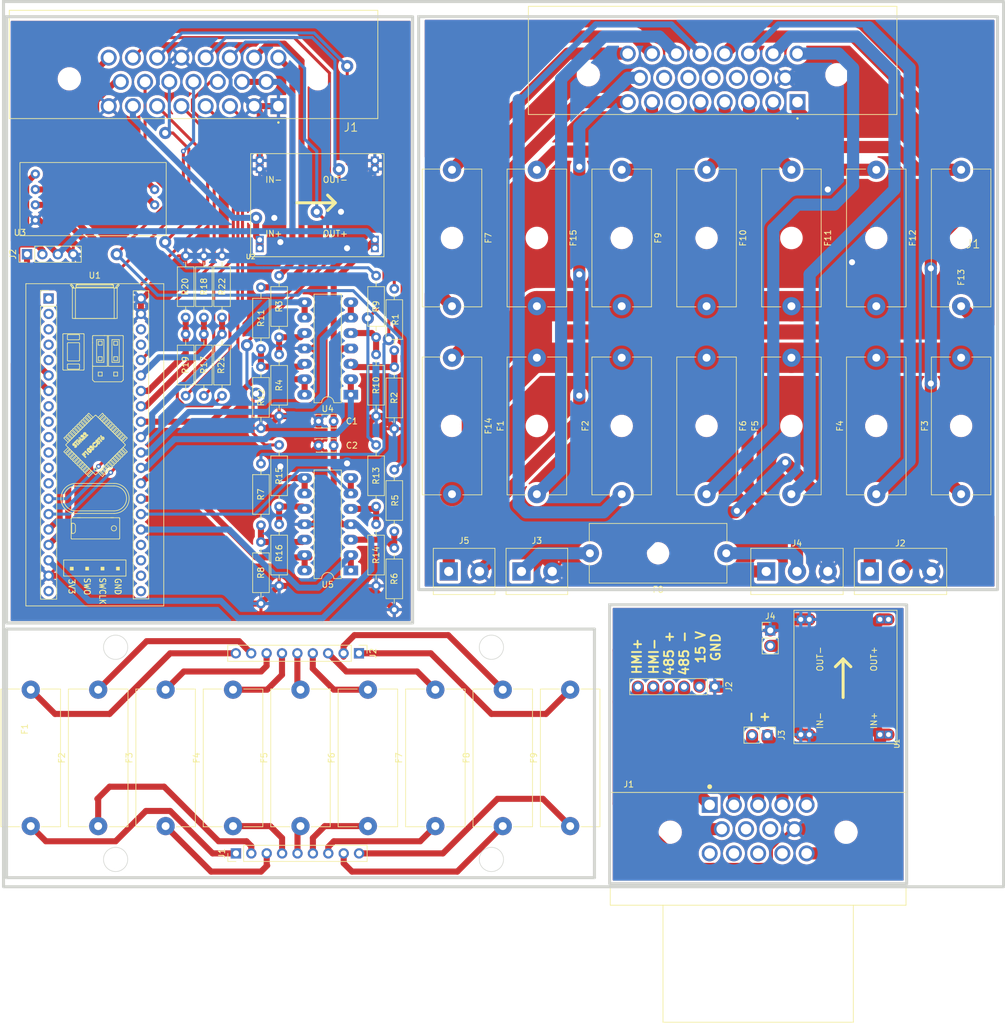
<source format=kicad_pcb>
(kicad_pcb (version 20211014) (generator pcbnew)
  (layers (0 "F.Cu" signal "cobre frontal") (31 "B.Cu" signal "Cobre traseira") (34 "B.Paste" user "Pasta traseira") (35 "F.Paste" user "Pasta frontal") (36 "B.SilkS" user "Serigrafia traseira") (37 "F.SilkS" user "Serigrafia frontal") (38 "B.Mask" user "Máscara traseira") (39 "F.Mask" user "Máscara frontal") (44 "Edge.Cuts" user "Cortes contorno"))
  (net 0 "")
  (footprint "Resistor_THT:R_Axial_DIN0207_L6.3mm_D2.5mm_P10.16mm_Horizontal" (layer "F.Cu") (at 93.9775 109.2175 -90)
    (fp_text reference "R5")
    (fp_text value "10K")
  )
  (footprint "Resistor_THT:R_Axial_DIN0207_L6.3mm_D2.5mm_P10.16mm_Horizontal" (layer "F.Cu") (at 74.9775 77.2175 -90)
    (fp_text reference "R3")
    (fp_text value "10K")
  )
  (footprint "Fuse:Fuseholder_Cylinder-5x20mm_Schurter_0031_8201_Horizontal_Open" (layer "F.Cu") (at 187.5 113.25 90)
    (fp_text reference "F3")
    (fp_text value "Fuse")
  )
  (footprint "Fuse:Fuseholder_Cylinder-5x20mm_Schurter_0031_8201_Horizontal_Open" (layer "F.Cu") (at 67.375 168 90)
    (fp_text reference "F4")
    (fp_text value "Fuse")
  )
  (footprint "776266-2:TE_776266-2" (layer "F.Cu") (at 154.01 168.5)
    (property "Reference" "J1")
    (property "Value" "776266-2")
    (fp_text reference "J1")
    (fp_text value "776266-2")
  )
  (footprint "Ampseal 23:TE_1-776087-1" (layer "F.Cu") (at 74.8575 49.255 180)
    (fp_text reference "J1")
    (fp_text value "1-776087-1")
  )
  (footprint "Fuse:Fuseholder_Cylinder-5x20mm_Schurter_0031_8201_Horizontal_Open" (layer "F.Cu") (at 131.5 59.75 -90)
    (fp_text reference "F9")
    (fp_text value "Fuse")
  )
  (footprint "Ampseal 23:TE_1-776087-1" (layer "F.Cu") (at 160.5 48.5875 180)
    (fp_text reference "J1")
    (fp_text value "1-776087-1")
  )
  (footprint "Resistor_THT:R_Axial_DIN0207_L6.3mm_D2.5mm_P10.16mm_Horizontal" (layer "F.Cu") (at 93.9775 79.3775 -90)
    (fp_text reference "R1")
    (fp_text value "10K")
  )
  (footprint "Resistor_THT:R_Axial_DIN0207_L6.3mm_D2.5mm_P10.16mm_Horizontal" (layer "F.Cu") (at 59.5625 97.0325 90)
    (fp_text reference "R19")
    (fp_text value "30K")
  )
  (footprint "Fuse:Fuseholder_Cylinder-5x20mm_Schurter_0031_8201_Horizontal_Open" (layer "F.Cu") (at 111.875 168 90)
    (fp_text reference "F8")
    (fp_text value "Fuse")
  )
  (footprint "Fuse:Fuseholder_Cylinder-5x20mm_Schurter_0031_8201_Horizontal_Open" (layer "F.Cu") (at 123 168 90)
    (fp_text reference "F9")
    (fp_text value "Fuse")
  )
  (footprint "Resistor_THT:R_Axial_DIN0207_L6.3mm_D2.5mm_P10.16mm_Horizontal" (layer "F.Cu") (at 74.9775 90.2175 -90)
    (fp_text reference "R4")
    (fp_text value "10K")
  )
  (footprint "Fuse:Fuseholder_Cylinder-5x20mm_Schurter_0031_8201_Horizontal_Open" (layer "F.Cu") (at 145.5 59.75 -90)
    (fp_text reference "F10")
    (fp_text value "Fuse")
  )
  (footprint "STM32:YAAJ_BluePill_1" (layer "F.Cu") (at 36.9425 80.9825)
    (fp_text reference "U1")
    (fp_text value "YAAJ_BluePill" hide)
  )
  (footprint "TerminalBlock:TerminalBlock_bornier-2_P5.08mm" (layer "F.Cu") (at 114.96 126)
    (fp_text reference "J3")
    (fp_text value "SPLIT_POWER")
  )
  (footprint "Fuse:Fuseholder_Cylinder-5x20mm_Schurter_0031_8201_Horizontal_Open" (layer "F.Cu") (at 45.125 168 90)
    (fp_text reference "F2")
    (fp_text value "Fuse")
  )
  (footprint "Resistor_THT:R_Axial_DIN0207_L6.3mm_D2.5mm_P10.16mm_Horizontal" (layer "F.Cu") (at 93.9775 122.1375 -90)
    (fp_text reference "R6")
    (fp_text value "10K")
  )
  (footprint "Fuse:Fuseholder_Cylinder-5x20mm_Schurter_0031_8201_Horizontal_Open" (layer "F.Cu") (at 173.5 113.25 90)
    (fp_text reference "F4")
    (fp_text value "Fuse")
  )
  (footprint "Fuse:Fuseholder_Cylinder-5x20mm_Schurter_0031_8201_Horizontal_Open" (layer "F.Cu") (at 56.25 168 90)
    (fp_text reference "F3")
    (fp_text value "Fuse")
  )
  (footprint "Resistor_THT:R_Axial_DIN0207_L6.3mm_D2.5mm_P10.16mm_Horizontal" (layer "F.Cu") (at 93.9775 92.2975 -90)
    (fp_text reference "R2")
    (fp_text value "10K")
  )
  (footprint "Resistor_THT:R_Axial_DIN0207_L6.3mm_D2.5mm_P10.16mm_Horizontal" (layer "F.Cu") (at 74.9775 105.1375 -90)
    (fp_text reference "R15")
    (fp_text value "10K")
  )
  (footprint "Fuse:Fuseholder_Cylinder-5x20mm_Schurter_0031_8201_Horizontal_Open" (layer "F.Cu") (at 148.75 123 180)
    (fp_text reference "F8")
    (fp_text value "SPLIT_FUSE")
  )
  (footprint "Cheetah:TJA1050-Module" (layer "F.Cu") (at 32.2125 70.62)
    (fp_text reference "U3")
    (fp_text value "TJA1050-Module")
  )
  (footprint "Resistor_THT:R_Axial_DIN0207_L6.3mm_D2.5mm_P10.16mm_Horizontal" (layer "F.Cu") (at 59.5625 84.1125 90)
    (fp_text reference "R20")
    (fp_text value "10K")
  )
  (footprint "Resistor_THT:R_Axial_DIN0207_L6.3mm_D2.5mm_P10.16mm_Horizontal" (layer "F.Cu") (at 71.9775 108.2175 -90)
    (fp_text reference "R7")
    (fp_text value "10K")
  )
  (footprint "Capacitor_THT:C_Disc_D3.0mm_W2.0mm_P2.50mm" (layer "F.Cu") (at 83.9775 101.2175 180)
    (fp_text reference "C1")
    (fp_text value "100nF")
  )
  (footprint "Connector_PinHeader_2.54mm:PinHeader_1x09_P2.54mm_Vertical" (layer "F.Cu") (at 67.85 172.5 90)
    (fp_text reference "J1")
    (fp_text value "Conn_01x09_Male")
  )
  (footprint "Resistor_THT:R_Axial_DIN0207_L6.3mm_D2.5mm_P10.16mm_Horizontal" (layer "F.Cu") (at 71.9775 92.2175 -90)
    (fp_text reference "R12")
    (fp_text value "10K")
  )
  (footprint "Resistor_THT:R_Axial_DIN0207_L6.3mm_D2.5mm_P10.16mm_Horizontal" (layer "F.Cu") (at 65.5625 97.0325 90)
    (fp_text reference "R21")
    (fp_text value "30K")
  )
  (footprint "Fuse:Fuseholder_Cylinder-5x20mm_Schurter_0031_8201_Horizontal_Open" (layer "F.Cu") (at 78.5 168 90)
    (fp_text reference "F5")
    (fp_text value "Fuse")
  )
  (footprint "Fuse:Fuseholder_Cylinder-5x20mm_Schurter_0031_8201_Horizontal_Open" (layer "F.Cu") (at 34 168 90)
    (fp_text reference "F1")
    (fp_text value "Fuse")
  )
  (footprint "Resistor_THT:R_Axial_DIN0207_L6.3mm_D2.5mm_P10.16mm_Horizontal" (layer "F.Cu") (at 65.5625 84.1125 90)
    (fp_text reference "R22")
    (fp_text value "10K")
  )
  (footprint "Resistor_THT:R_Axial_DIN0207_L6.3mm_D2.5mm_P10.16mm_Horizontal" (layer "F.Cu") (at 90.9775 105.1375 -90)
    (fp_text reference "R13")
    (fp_text value "10K")
  )
  (footprint "Connector_PinHeader_2.54mm:PinHeader_1x09_P2.54mm_Vertical" (layer "F.Cu") (at 88.15 139.5 -90)
    (fp_text reference "J2")
    (fp_text value "Conn_01x09_Male")
  )
  (footprint "Cheetah:DC-BRICK" (layer "F.Cu") (at 176.91675 154.40675 90)
    (property "Reference" "U1")
    (property "Value" "MP1584")
    (fp_text reference "U1")
    (fp_text value "MP1584")
  )
  (footprint "Cheetah:DC-BRICK" (layer "F.Cu") (at 70.27575 74.08925)
    (fp_text reference "U2")
    (fp_text value "MP1584")
  )
  (footprint "Resistor_THT:R_Axial_DIN0207_L6.3mm_D2.5mm_P10.16mm_Horizontal" (layer "F.Cu") (at 74.9775 118.2175 -90)
    (fp_text reference "R16")
    (fp_text value "10K")
  )
  (footprint "Fuse:Fuseholder_Cylinder-5x20mm_Schurter_0031_8201_Horizontal_Open" (layer "F.Cu") (at 145.5 113.25 90)
    (fp_text reference "F6")
    (fp_text value "Fuse")
  )
  (footprint "Fuse:Fuseholder_Cylinder-5x20mm_Schurter_0031_8201_Horizontal_Open" (layer "F.Cu") (at 159.5 59.75 -90)
    (fp_text reference "F11")
    (fp_text value "Fuse")
  )
  (footprint "Resistor_THT:R_Axial_DIN0207_L6.3mm_D2.5mm_P10.16mm_Horizontal" (layer "F.Cu") (at 71.9775 79.1375 -90)
    (fp_text reference "R11")
    (fp_text value "10K")
  )
  (footprint "Fuse:Fuseholder_Cylinder-5x20mm_Schurter_0031_8201_Horizontal_Open" (layer "F.Cu") (at 100.75 168 90)
    (fp_text reference "F7")
    (fp_text value "Fuse")
  )
  (footprint "Resistor_THT:R_Axial_DIN0207_L6.3mm_D2.5mm_P10.16mm_Horizontal" (layer "F.Cu") (at 90.9775 90.2175 -90)
    (fp_text reference "R10")
    (fp_text value "10K")
  )
  (footprint "Resistor_THT:R_Axial_DIN0207_L6.3mm_D2.5mm_P10.16mm_Horizontal" (layer "F.Cu") (at 71.9775 121.1375 -90)
    (fp_text reference "R8")
    (fp_text value "10K")
  )
  (footprint "Resistor_THT:R_Axial_DIN0207_L6.3mm_D2.5mm_P10.16mm_Horizontal" (layer "F.Cu") (at 62.5625 84.1125 90)
    (fp_text reference "R18")
    (fp_text value "10K")
  )
  (footprint "Fuse:Fuseholder_Cylinder-5x20mm_Schurter_0031_8201_Horizontal_Open" (layer "F.Cu") (at 89.625 168 90)
    (fp_text reference "F6")
    (fp_text value "Fuse")
  )
  (footprint "Fuse:Fuseholder_Cylinder-5x20mm_Schurter_0031_8201_Horizontal_Open" (layer "F.Cu") (at 187.5 59.75 -90)
    (fp_text reference "F13")
    (fp_text value "SHUT_FUSE")
  )
  (footprint "Fuse:Fuseholder_Cylinder-5x20mm_Schurter_0031_8201_Horizontal_Open" (layer "F.Cu") (at 103.5 90.75 -90)
    (fp_text reference "F14")
    (fp_text value "Fuse")
  )
  (footprint "Fuse:Fuseholder_Cylinder-5x20mm_Schurter_0031_8201_Horizontal_Open" (layer "F.Cu") (at 103.5 59.75 -90)
    (fp_text reference "F7")
    (fp_text value "GLV_FUSE")
  )
  (footprint "TerminalBlock:TerminalBlock_bornier-3_P5.08mm" (layer "F.Cu") (at 172.42 126)
    (fp_text reference "J2")
    (fp_text value "BUCK_SHUT")
  )
  (footprint "Fuse:Fuseholder_Cylinder-5x20mm_Schurter_0031_8201_Horizontal_Open" (layer "F.Cu") (at 117.5 113.25 90)
    (fp_text reference "F1")
    (fp_text value "Fuse")
  )
  (footprint "Resistor_THT:R_Axial_DIN0207_L6.3mm_D2.5mm_P10.16mm_Horizontal" (layer "F.Cu") (at 90.9775 118.2175 -90)
    (fp_text reference "R14")
    (fp_text value "10K")
  )
  (footprint "Package_DIP:DIP-14_W7.62mm_LongPads" (layer "F.Cu") (at 86.8025 125.8425 180)
    (fp_text reference "U5")
    (fp_text value "LM324")
  )
  (footprint "Resistor_THT:R_Axial_DIN0207_L6.3mm_D2.5mm_P10.16mm_Horizontal" (layer "F.Cu") (at 90.9775 77.2175 -90)
    (fp_text reference "R9")
    (fp_text value "10K")
  )
  (footprint "TerminalBlock:TerminalBlock_bornier-3_P5.08mm" (layer "F.Cu") (at 155.34 126)
    (fp_text reference "J4")
    (fp_text value "DC_CONVERTER")
  )
  (footprint "Connector_PinHeader_2.54mm:PinHeader_1x06_P2.54mm_Vertical" (layer "F.Cu") (at 146.86 145 -90)
    (property "Reference" "J2")
    (property "Value" "Conn_01x06_Male")
    (fp_text reference "J2")
    (fp_text value "INV")
  )
  (footprint "Connector_PinHeader_2.54mm:PinHeader_1x02_P2.54mm_Vertical" (layer "F.Cu") (at 155.55 153 -90)
    (property "Reference" "J3")
    (property "Value" "Conn_01x02_Male")
    (fp_text reference "J3")
    (fp_text value "TSMP")
  )
  (footprint "Fuse:Fuseholder_Cylinder-5x20mm_Schurter_0031_8201_Horizontal_Open" (layer "F.Cu") (at 173.5 59.75 -90)
    (fp_text reference "F12")
    (fp_text value "Fuse")
  )
  (footprint "Resistor_THT:R_Axial_DIN0207_L6.3mm_D2.5mm_P10.16mm_Horizontal" (layer "F.Cu") (at 62.5625 97.0325 90)
    (fp_text reference "R17")
    (fp_text value "30K")
  )
  (footprint "Connector_PinHeader_2.54mm:PinHeader_1x04_P2.54mm_Vertical" (layer "F.Cu") (at 33.3825 73.6825 90)
    (fp_text reference "J2")
    (fp_text value "UART")
  )
  (footprint "Fuse:Fuseholder_Cylinder-5x20mm_Schurter_0031_8201_Horizontal_Open" (layer "F.Cu") (at 131.5 113.25 90)
    (fp_text reference "F2")
    (fp_text value "Fuse")
  )
  (footprint "Fuse:Fuseholder_Cylinder-5x20mm_Schurter_0031_8201_Horizontal_Open" (layer "F.Cu") (at 159.5 113.25 90)
    (fp_text reference "F5")
    (fp_text value "Fuse")
  )
  (footprint "TerminalBlock:TerminalBlock_bornier-2_P5.08mm" (layer "F.Cu") (at 102.96 126)
    (fp_text reference "J5")
    (fp_text value "VBAT")
  )
  (footprint "Capacitor_THT:C_Disc_D3.0mm_W2.0mm_P2.50mm" (layer "F.Cu") (at 83.9775 105.2175 180)
    (fp_text reference "C2")
    (fp_text value "100nF")
  )
  (footprint "Connector_PinHeader_2.54mm:PinHeader_1x02_P2.54mm_Vertical" (layer "F.Cu") (at 156.01 135.725)
    (fp_text reference "J4")
    (fp_text value "5V")
  )
  (footprint "Fuse:Fuseholder_Cylinder-5x20mm_Schurter_0031_8201_Horizontal_Open" (layer "F.Cu") (at 117.5 59.75 -90)
    (fp_text reference "F15")
    (fp_text value "Fuse")
  )
  (footprint "Package_DIP:DIP-14_W7.62mm_LongPads" (layer "F.Cu") (at 86.8025 96.8425 180)
    (fp_text reference "U4")
    (fp_text value "LM324")
  )
  (gr_rect (start 193.5 34.5) (end 98 129) (layer "Edge.Cuts") (width 0.5) (fill none))
  (gr_circle (center 110 173.5) (end 110 175.5) (layer "Edge.Cuts") (width 0.1) (fill none))
  (gr_line (start 30 176.5) (end 127 176.5) (layer "Edge.Cuts") (width 0.5))
  (gr_rect (start 129.51 177.5) (end 178.51 131.5) (layer "Edge.Cuts") (width 0.5) (fill none))
  (gr_circle (center 48 138.5) (end 48 140.5) (layer "Edge.Cuts") (width 0.1) (fill none))
  (gr_circle (center 48 173.5) (end 48 175.5) (layer "Edge.Cuts") (width 0.1) (fill none))
  (gr_rect (start 30 34.5) (end 97 134.5) (layer "Edge.Cuts") (width 0.5) (fill none))
  (gr_line (start 127 176.5) (end 127 135.5) (layer "Edge.Cuts") (width 0.5))
  (gr_line (start 30 135.5) (end 30 176.5) (layer "Edge.Cuts") (width 0.5))
  (gr_circle (center 110 138.5) (end 110 140.5) (layer "Edge.Cuts") (width 0.1) (fill none))
  (gr_line (start 127 135.5) (end 30 135.5) (layer "Edge.Cuts") (width 0.5))
  (gr_rect (start 29.5 32) (end 194.5 178) (layer "Edge.Cuts") (width 0.5) (fill none))
  (gr_text "HMI-\n\n" (at 138.01 140 90) (layer "F.SilkS") (effects (font (size 1.5 1.5) (thickness 0.3))))
  (gr_text "GND" (at 147.01 138.5 90) (layer "F.SilkS") (effects (font (size 1.5 1.5) (thickness 0.3))))
  (gr_text "485 +\n\n" (at 140.51 139.5 90) (layer "F.SilkS") (effects (font (size 1.5 1.5) (thickness 0.3))))
  (gr_text "15 V" (at 144.51 138.5 90) (layer "F.SilkS") (effects (font (size 1.5 1.5) (thickness 0.3))))
  (gr_text "-\n\n" (at 154.01 150 90) (layer "F.SilkS") (effects (font (size 1.5 1.5) (thickness 0.3))))
  (gr_text "+\n" (at 155.01 150 90) (layer "F.SilkS") (effects (font (size 1.5 1.5) (thickness 0.3))))
  (gr_text "HMI+\n" (at 134.01 140 90) (layer "F.SilkS") (effects (font (size 1.5 1.5) (thickness 0.3))))
  (gr_text "485 -\n\n" (at 143.01 139.5 90) (layer "F.SilkS") (effects (font (size 1.5 1.5) (thickness 0.3))))
  (segment (start 95.277011 81.587989) (end 95.277011 67.777011) (width 0.5) (layer "F.Cu") (net 0))
  (segment (start 82.1825 77.6825) (end 85.1825 74.6825) (width 1) (layer "F.Cu") (net 0))
  (segment (start 136.01 134) (end 131.01 139) (width 2) (layer "F.Cu") (net 0))
  (segment (start 77.99 139.5) (end 77.99 144.99) (width 1) (layer "F.Cu") (net 0))
  (segment (start 103.5 59.75) (end 122.6625 40.5875) (width 2) (layer "F.Cu") (net 0))
  (segment (start 35.4 68.08) (end 34.7525 68.08) (width 1) (layer "F.Cu") (net 0))
  (segment (start 81.1825 66.6825) (end 82.97702 68.47702) (width 0.5) (layer "F.Cu") (net 0))
  (segment (start 176.5 56) (end 166.5 56) (width 2) (layer "F.Cu") (net 0))
  (segment (start 33.240989 61.971511) (end 34.7525 60.46) (width 1) (layer "F.Cu") (net 0))
  (segment (start 48.1825 82.6825) (end 48.1825 108.6825) (width 0.5) (layer "F.Cu") (net 0))
  (segment (start 80.53 142.03) (end 80.53 139.5) (width 1) (layer "F.Cu") (net 0))
  (segment (start 124.42055 48.5875) (end 132.5 48.5875) (width 2) (layer "F.Cu") (net 0))
  (segment (start 83.9775 105.2175) (end 83.9775 116.7975) (width 1) (layer "F.Cu") (net 0))
  (segment (start 93.9775 70.417518) (end 93.9775 79.3775) (width 0.5) (layer "F.Cu") (net 0))
  (segment (start 100.500489 79.250489) (end 100.500489 58.507561) (width 2) (layer "F.Cu") (net 0))
  (segment (start 90.9775 100.3775) (end 91.8975 100.3775) (width 1) (layer "F.Cu") (net 0))
  (segment (start 134.16 157.774022) (end 144.885978 168.5) (width 2) (layer "F.Cu") (net 0))
  (segment (start 52.965223 98.7625) (end 52.1825 98.7625) (width 1) (layer "F.Cu") (net 0))
  (segment (start 131.5 82.25) (end 145.5 82.25) (width 5) (layer "F.Cu") (net 0))
  (segment (start 71.9775 102.3775) (end 72.9775 102.3775) (width 1) (layer "F.Cu") (net 0))
  (segment (start 117.5 59.75) (end 120.499511 56.750489) (width 2) (layer "F.Cu") (net 0))
  (segment (start 87 175.5) (end 104.375 175.5) (width 1) (layer "F.Cu") (net 0))
  (segment (start 146.51 175.062011) (end 155.071221 175.062011) (width 2) (layer "F.Cu") (net 0))
  (segment (start 86.1825 72.6825) (end 86.1825 67.6825) (width 1) (layer "F.Cu") (net 0))
  (segment (start 61.5025 114.0025) (end 71.1825 123.6825) (width 1) (layer "F.Cu") (net 0))
  (segment (start 80.5825 89.2225) (end 82.1825 87.6225) (width 1) (layer "F.Cu") (net 0))
  (segment (start 43.1825 77.6825) (end 38.7625 82.1025) (width 1) (layer "F.Cu") (net 0))
  (segment (start 161.04675 133.90675) (end 157.82825 133.90675) (width 2) (layer "F.Cu") (net 0))
  (segment (start 160.42 126) (end 160.42 120.08) (width 2) (layer "F.Cu") (net 0))
  (segment (start 53.125 137.5) (end 45.125 145.5) (width 1) (layer "F.Cu") (net 0))
  (segment (start 38.7625 82.1025) (end 38.7625 117.2625) (width 1) (layer "F.Cu") (net 0))
  (segment (start 90.77575 71.28925) (end 83.9775 78.0875) (width 1) (layer "F.Cu") (net 0))
  (segment (start 169.5 67) (end 165.5 63) (width 2) (layer "F.Cu") (net 0))
  (segment (start 69.6695 88.1955) (end 69.6695 88.6825) (width 0.5) (layer "F.Cu") (net 0))
  (segment (start 152.25 90.75) (end 159.5 90.75) (width 5) (layer "F.Cu") (net 0))
  (segment (start 157.82825 133.90675) (end 156.01 135.725) (width 2) (layer "F.Cu") (net 0))
  (segment (start 93.076201 83.788799) (end 95.277011 81.587989) (width 0.5) (layer "F.Cu") (net 0))
  (segment (start 68.1825 54.58) (end 68.17 54.5925) (width 0.5) (layer "F.Cu") (net 0))
  (segment (start 86.07 142.5) (end 97.75 142.5) (width 1) (layer "F.Cu") (net 0))
  (segment (start 31.782989 91.062989) (end 36.9425 96.2225) (width 1) (layer "F.Cu") (net 0))
  (segment (start 36.9425 119.0825) (end 38.7625 117.2625) (width 1) (layer "F.Cu") (net 0))
  (segment (start 44.43202 71.164932) (end 36.267088 63) (width 1) (layer "F.Cu") (net 0))
  (segment (start 68.8575 45.255) (end 72.8575 45.255) (width 1) (layer "F.Cu") (net 0))
  (segment (start 82.97702 68.47702) (end 82.97702 74.88798) (width 0.5) (layer "F.Cu") (net 0))
  (segment (start 34.982011 72.082989) (end 31.782989 72.082989) (width 1) (layer "F.Cu") (net 0))
  (segment (start 119 149.5) (end 123 145.5) (width 1) (layer "F.Cu") (net 0))
  (segment (start 86.8025 81.6025) (end 86.8025 84.1425) (width 1) (layer "F.Cu") (net 0))
  (segment (start 156.197989 171.749439) (end 156.197989 173.935243) (width 0.5) (layer "F.Cu") (net 0))
  (segment (start 83.077989 126.117011) (end 80.8175 128.3775) (width 1) (layer "F.Cu") (net 0))
  (segment (start 67.83 139.5) (end 57 139.5) (width 1) (layer "F.Cu") (net 0))
  (segment (start 71.77575 50.17325) (end 70.8575 49.255) (width 1) (layer "F.Cu") (net 0))
  (segment (start 108.04 126) (end 111.039511 123.000489) (width 2) (layer "F.Cu") (net 0))
  (segment (start 71.9775 92.2175) (end 71.9775 89.2975) (width 1) (layer "F.Cu") (net 0))
  (segment (start 83.09 171.41) (end 84 170.5) (width 1) (layer "F.Cu") (net 0))
  (segment (start 70.677989 97.187011) (end 70.677989 103.177989) (width 0.5) (layer "F.Cu") (net 0))
  (segment (start 71.77575 58.21925) (end 71.77575 59.61925) (width 1) (layer "F.Cu") (net 0))
  (segment (start 81.4775 124.516522) (end 81.4775 117.3275) (width 1) (layer "F.Cu") (net 0))
  (segment (start 52.258105 93.6825) (end 52.1825 93.6825) (width 1) (layer "F.Cu") (net 0))
  (segment (start 78.4875 87.3775) (end 79.1825 86.6825) (width 1) (layer "F.Cu") (net 0))
  (segment (start 60.082011 56.309909) (end 57.454602 53.6825) (width 0.5) (layer "F.Cu") (net 0))
  (segment (start 173.5 90.75) (end 187.5 90.75) (width 5) (layer "F.Cu") (net 0))
  (segment (start 148.5 40.5875) (end 151.312011 37.775489) (width 2) (layer "F.Cu") (net 0))
  (segment (start 48 170.5) (end 36.5 170.5) (width 1) (layer "F.Cu") (net 0))
  (segment (start 156.01 138.265) (end 169.7585 138.265) (width 2) (layer "F.Cu") (net 0))
  (segment (start 35.613469 70.833469) (end 34.333469 70.833469) (width 1) (layer "F.Cu") (net 0))
  (segment (start 65.5625 86.8725) (end 65.5625 84.1125) (width 1) (layer "F.Cu") (net 0))
  (segment (start 78.0125 108.6825) (end 81.4775 105.2175) (width 1) (layer "F.Cu") (net 0))
  (segment (start 63.9125 98.6825) (end 59.374713 98.6825) (width 0.5) (layer "F.Cu") (net 0))
  (segment (start 103.5 113.25) (end 107.099521 109.650479) (width 4) (layer "F.Cu") (net 0))
  (segment (start 117.5 90.75) (end 131.5 90.75) (width 5) (layer "F.Cu") (net 0))
  (segment (start 85.4025 89.2225) (end 86.8025 89.2225) (width 1) (layer "F.Cu") (net 0))
  (segment (start 54.8575 49.255) (end 63.1825 57.58) (width 0.5) (layer "F.Cu") (net 0))
  (segment (start 93.9775 92.2975) (end 87.3375 92.2975) (width 1) (layer "F.Cu") (net 0))
  (segment (start 124.5 100.96) (end 124.5 97) (width 2) (layer "F.Cu") (net 0))
  (segment (start 47.941375 45.255) (end 48.8575 45.255) (width 1) (layer "F.Cu") (net 0))
  (segment (start 58.8575 49.255) (end 64.262989 54.660489) (width 0.5) (layer "F.Cu") (net 0))
  (segment (start 111.5 61.50805) (end 124.42055 48.5875) (width 2) (layer "F.Cu") (net 0))
  (segment (start 59.1825 65.6825) (end 59.1825 56.6825) (width 0.5) (layer "F.Cu") (net 0))
  (segment (start 62.5625 86.8725) (end 62.5625 84.1125) (width 1) (layer "F.Cu") (net 0))
  (segment (start 43.7975 131.2975) (end 39.2025 126.7025) (width 1) (layer "F.Cu") (net 0))
  (segment (start 36.267088 63) (end 34.7525 63) (width 1) (layer "F.Cu") (net 0))
  (segment (start 40.1825 118.3825) (end 40.1825 82.6825) (width 1) (layer "F.Cu") (net 0))
  (segment (start 65 170.5) (end 56 161.5) (width 1) (layer "F.Cu") (net 0))
  (segment (start 44.795489 48.400886) (end 47.941375 45.255) (width 1) (layer "F.Cu") (net 0))
  (segment (start 50.079047 71.6825) (end 48.1825 73.579047) (width 0.5) (layer "F.Cu") (net 0))
  (segment (start 73 145.5) (end 75.45 143.05) (width 1) (layer "F.Cu") (net 0))
  (segment (start 52.1825 114.0025) (end 61.5025 114.0025) (width 1) (layer "F.Cu") (net 0))
  (segment (start 79.1825 118.2225) (end 80.5825 118.2225) (width 1) (layer "F.Cu") (net 0))
  (segment (start 187.5 59.75) (end 180.25 59.75) (width 2) (layer "F.Cu") (net 0))
  (segment (start 156.197989 173.935243) (end 155.071221 175.062011) (width 0.5) (layer "F.Cu") (net 0))
  (segment (start 86.212491 58.712491) (end 86.212491 42.652509) (width 0.5) (layer "F.Cu") (net 0))
  (segment (start 64.1825 77.6825) (end 67.42048 74.44452) (width 0.5) (layer "F.Cu") (net 0))
  (segment (start 155.55 153.54) (end 162.01 160) (width 2) (layer "F.Cu") (net 0))
  (segment (start 180.25 59.75) (end 176.5 56) (width 2) (layer "F.Cu") (net 0))
  (segment (start 47.1825 77.6825) (end 59.1825 65.6825) (width 0.5) (layer "F.Cu") (net 0))
  (segment (start 56 161.5) (end 47 161.5) (width 1) (layer "F.Cu") (net 0))
  (segment (start 86.8025 115.6825) (end 90.5925 115.6825) (width 1) (layer "F.Cu") (net 0))
  (segment (start 107.099521 101.150479) (end 117.5 90.75) (width 4) (layer "F.Cu") (net 0))
  (segment (start 90.5925 115.6825) (end 90.9775 115.2975) (width 1) (layer "F.Cu") (net 0))
  (segment (start 150.01 162) (end 150.01 164.5) (width 2) (layer "F.Cu") (net 0))
  (segment (start 71.9775 121.1375) (end 71.9775 118.3775) (width 1) (layer "F.Cu") (net 0))
  (segment (start 44.43202 78.43298) (end 44.43202 71.164932) (width 1) (layer "F.Cu") (net 0))
  (segment (start 150.5 116) (end 150.250489 116.249511) (width 2) (layer "F.Cu") (net 0))
  (segment (start 70.37 139.5) (end 68.37 137.5) (width 1) (layer "F.Cu") (net 0))
  (segment (start 83.07 139.5) (end 86.07 142.5) (width 1) (layer "F.Cu") (net 0))
  (segment (start 68.91952 79.6825) (end 68.93202 79.67) (width 0.5) (layer "F.Cu") (net 0))
  (segment (start 144.5 55) (end 144.5 48.5875) (width 2) (layer "F.Cu") (net 0))
  (segment (start 86.8025 113.1425) (end 86.8025 110.6025) (width 1) (layer "F.Cu") (net 0))
  (segment (start 38 149.5) (end 34 145.5) (width 1) (layer "F.Cu") (net 0))
  (segment (start 84.845155 59.656184) (end 84.845155 61.285173) (width 0.5) (layer "F.Cu") (net 0))
  (segment (start 59.5625 90.044581) (end 53.384581 96.2225) (width 1) (layer "F.Cu") (net 0))
  (segment (start 111.5 82.75) (end 111.5 61.50805) (width 2) (layer "F.Cu") (net 0))
  (segment (start 57 165.5) (end 53 165.5) (width 1) (layer "F.Cu") (net 0))
  (segment (start 95.277011 67.777011) (end 86.212491 58.712491) (width 0.5) (layer "F.Cu") (net 0))
  (segment (start 169.767439 37.775489) (end 190.5 58.50805) (width 2) (layer "F.Cu") (net 0))
  (segment (start 52.5325 80.9825) (end 52.1825 80.9825) (width 1) (layer "F.Cu") (net 0))
  (segment (start 131.01 139) (end 131.01 147.5) (width 2) (layer "F.Cu") (net 0))
  (segment (start 145.5 90.75) (end 152.25 90.75) (width 5) (layer "F.Cu") (net 0))
  (segment (start 182.5 95) (end 182.5 108.25) (width 2) (layer "F.Cu") (net 0))
  (segment (start 169.5 75) (end 169.5 67) (width 2) (layer "F.Cu") (net 0))
  (segment (start 71.1825 70.696) (end 71.77575 71.28925) (width 1) (layer "F.Cu") (net 0))
  (segment (start 77.169511 75.025489) (end 77.169511 43.567011) (width 1) (layer "F.Cu") (net 0))
  (segment (start 158.01 160.5) (end 153.01 155.5) (width 2) (layer "F.Cu") (net 0))
  (segment (start 77.44347 37.94347) (end 83.282021 43.782021) (width 0.5) (layer "F.Cu") (net 0))
  (segment (start 72.9775 102.3775) (end 74.9775 100.3775) (width 1) (layer "F.Cu") (net 0))
  (segment (start 74.9775 128.3775) (end 74.8975 128.3775) (width 1) (layer "F.Cu") (net 0))
  (segment (start 68.17 84.695) (end 68.91952 83.94548) (width 0.5) (layer "F.Cu") (net 0))
  (segment (start 81.4775 105.2175) (end 81.4775 101.2175) (width 1) (layer "F.Cu") (net 0))
  (segment (start 63.1825 57.58) (end 63.1825 67.6825) (width 0.5) (layer "F.Cu") (net 0))
  (segment (start 93.9775 119.3775) (end 93.9775 122.1375) (width 1) (layer "F.Cu") (net 0))
  (segment (start 171.01 172.5) (end 162.01 172.5) (width 2) (layer "F.Cu") (net 0))
  (segment (start 83.9775 90.6475) (end 85.4025 89.2225) (width 1) (layer "F.Cu") (net 0))
  (segment (start 74.9775 77.2175) (end 77.169511 75.025489) (width 1) (layer "F.Cu") (net 0))
  (segment (start 117.5 82.25) (end 117.5 90.75) (width 5) (layer "F.Cu") (net 0))
  (segment (start 60.082011 67.782989) (end 60.082011 56.309909) (width 0.5) (layer "F.Cu") (net 0))
  (segment (start 92.6025 120.7625) (end 86.8025 120.7625) (width 1) (layer "F.Cu") (net 0))
  (segment (start 56.1825 87.1425) (end 52.1825 91.1425) (width 0.5) (layer "F.Cu") (net 0))
  (segment (start 166.038478 59.75) (end 156.5 50.211522) (width 2) (layer "F.Cu") (net 0))
  (segment (start 162.44675 133.90675) (end 142.071949 133.90675) (width 2) (layer "F.Cu") (net 0))
  (segment (start 75.1825 108.6825) (end 78.0125 108.6825) (width 1) (layer "F.Cu") (net 0))
  (segment (start 45 163.5) (end 45.125 163.625) (width 1) (layer "F.Cu") (net 0))
  (segment (start 53 165.5) (end 48 170.5) (width 1) (layer "F.Cu") (net 0))
  (segment (start 53.0425 110.6025) (end 52.1825 111.4625) (width 1) (layer "F.Cu") (net 0))
  (segment (start 72.93 172.5) (end 72.93 174.43) (width 1) (layer "F.Cu") (net 0))
  (segment (start 48.1825 73.579047) (end 48.1825 73.6825) (width 0.5) (layer "F.Cu") (net 0))
  (segment (start 79.1825 84.1425) (end 79.1825 81.6025) (width 1) (layer "F.Cu") (net 0))
  (segment (start 137.749511 116.249511) (end 134.499511 112.999511) (width 2) (layer "F.Cu") (net 0))
  (segment (start 117.5 82.25) (end 131.5 82.25) (width 5) (layer "F.Cu") (net 0))
  (segment (start 79.1825 123.3025) (end 79.1825 125.8425) (width 1) (layer "F.Cu") (net 0))
  (segment (start 70.39 172.5) (end 70.39 171.297919) (width 1) (layer "F.Cu") (net 0))
  (segment (start 142.071949 133.90675) (end 141.978699 134) (width 2) (layer "F.Cu") (net 0))
  (segment (start 79.1825 94.3025) (end 79.1825 96.8425) (width 1) (layer "F.Cu") (net 0))
  (segment (start 82.5 168) (end 89.625 168) (width 1) (layer "F.Cu") (net 0))
  (segment (start 78.592405 100.3775) (end 80.864952 98.104952) (width 1) (layer "F.Cu") (net 0))
  (segment (start 98.25 170.5) (end 100.75 168) (width 1) (layer "F.Cu") (net 0))
  (segment (start 71.1825 96.6825) (end 70.677989 97.187011) (width 0.5) (layer "F.Cu") (net 0))
  (segment (start 124.5 101) (end 134.499511 110.999511) (width 2) (layer "F.Cu") (net 0))
  (segment (start 63.1825 67.6825) (end 48.1825 82.6825) (width 0.5) (layer "F.Cu") (net 0))
  (segment (start 151.312011 37.775489) (end 169.767439 37.775489) (width 2) (layer "F.Cu") (net 0))
  (segment (start 56.1825 83.078966) (end 56.1825 87.1425) (width 0.5) (layer "F.Cu") (net 0))
  (segment (start 144.32 145) (end 144.32 143.340978) (width 2) (layer "F.Cu") (net 0))
  (segment (start 145.5 59.75) (end 148.5 56.75) (width 2) (layer "F.Cu") (net 0))
  (segment (start 92.277011 69.777011) (end 92.277011 81.587989) (width 0.5) (layer "F.Cu") (net 0))
  (segment (start 68.17 81.695) (end 66.862011 83.002989) (width 0.5) (layer "F.Cu") (net 0))
  (segment (start 56.1825 71.6825) (end 60.082011 67.782989) (width 0.5) (layer "F.Cu") (net 0))
  (segment (start 47 149.5) (end 38 149.5) (width 1) (layer "F.Cu") (net 0))
  (segment (start 136.5 53) (end 136.5 48.5875) (width 2) (layer "F.Cu") (net 0))
  (segment (start 182.5 72.323721) (end 182.5 76) (width 2) (layer "F.Cu") (net 0))
  (segment (start 83.09 172.5) (end 83.09 171.41) (width 1) (layer "F.Cu") (net 0))
  (segment (start 131.5 90.75) (end 145.5 90.75) (width 5) (layer "F.Cu") (net 0))
  (segment (start 144.885978 168.5) (end 148.01 168.5) (width 2) (layer "F.Cu") (net 0))
  (segment (start 88.15 139.5) (end 100 139.5) (width 1) (layer "F.Cu") (net 0))
  (segment (start 81.4775 98.7175) (end 80.864952 98.104952) (width 1) (layer "F.Cu") (net 0))
  (segment (start 85.4025 118.2225) (end 86.8025 118.2225) (width 1) (layer "F.Cu") (net 0))
  (segment (start 77.169511 43.567011) (end 74.8575 41.255) (width 1) (layer "F.Cu") (net 0))
  (segment (start 84 170.5) (end 98.25 170.5) (width 1) (layer "F.Cu") (net 0))
  (segment (start 75.47 172.5) (end 75.47 169.97) (width 1) (layer "F.Cu") (net 0))
  (segment (start 41.0025 73.6825) (end 35.4 68.08) (width 1) (layer "F.Cu") (net 0))
  (segment (start 62.5625 97.0325) (end 68.17 91.425) (width 0.5) (layer "F.Cu") (net 0))
  (segment (start 48.1825 108.6825) (end 47.1825 109.6825) (width 0.5) (layer "F.Cu") (net 0))
  (segment (start 85.61 138.297919) (end 87.407919 136.5) (width 1) (layer "F.Cu") (net 0))
  (segment (start 43.1825 54.285) (end 43.1825 44.93) (width 1) (layer "F.Cu") (net 0))
  (segment (start 174.11675 169.39325) (end 171.01 172.5) (width 2) (layer "F.Cu") (net 0))
  (segment (start 145.5 82.25) (end 159.5 82.25) (width 5) (layer "F.Cu") (net 0))
  (segment (start 86.1825 67.6825) (end 85.1825 66.6825) (width 1) (layer "F.Cu") (net 0))
  (segment (start 85.1825 74.6825) (end 85.1825 73.6825) (width 1) (layer "F.Cu") (net 0))
  (segment (start 160.42 120.08) (end 152.25 111.91) (width 2) (layer "F.Cu") (net 0))
  (segment (start 78.8075 121.1375) (end 79.1825 120.7625) (width 1) (layer "F.Cu") (net 0))
  (segment (start 90.9775 100.3775) (end 86.1825 105.1725) (width 1) (layer "F.Cu") (net 0))
  (segment (start 74.9775 90.2175) (end 74.9775 87.3775) (width 1) (layer "F.Cu") (net 0))
  (segment (start 131.5 59.75) (end 139.75 59.75) (width 2) (layer "F.Cu") (net 0))
  (segment (start 67.42048 74.44452) (end 67.42048 56.757998) (width 0.5) (layer "F.Cu") (net 0))
  (segment (start 159.447428 168.5) (end 156.197989 171.749439) (width 0.5) (layer "F.Cu") (net 0))
  (segment (start 141.789666 175.062011) (end 146.51 175.062011) (width 2) (layer "F.Cu") (net 0))
  (segment (start 64 172.5) (end 57 165.5) (width 1) (layer "F.Cu") (net 0))
  (segment (start 78.669031 76.070863) (end 78.669031 41.796853) (width 1) (layer "F.Cu") (net 0))
  (segment (start 134.499511 110.999511) (end 134.499511 112.999511) (width 2) (layer "F.Cu") (net 0))
  (segment (start 166.5 56) (end 160.5 50) (width 2) (layer "F.Cu") (net 0))
  (segment (start 81.4775 117.3275) (end 81.4775 105.2175) (width 1) (layer "F.Cu") (net 0))
  (segment (start 86.8025 123.3025) (end 86.8025 125.8425) (width 1) (layer "F.Cu") (net 0))
  (segment (start 72 142.5) (end 59.25 142.5) (width 1) (layer "F.Cu") (net 0))
  (segment (start 160.5 50) (end 160.5 48.5875) (width 2) (layer "F.Cu") (net 0))
  (segment (start 75.47 169.97) (end 73.5 168) (width 1) (layer "F.Cu") (net 0))
  (segment (start 102.96 126) (end 102.96 122.5) (width 2) (layer "F.Cu") (net 0))
  (segment (start 71.9775 131.2975) (end 43.7975 131.2975) (width 1) (layer "F.Cu") (net 0))
  (segment (start 90.9775 129.2175) (end 86.178478 129.2175) (width 1) (layer "F.Cu") (net 0))
  (segment (start 131.01 147.5) (end 131.01 164.282345) (width 2) (layer "F.Cu") (net 0))
  (segment (start 79.1825 113.1425) (end 79.1825 110.6025) (width 1) (layer "F.Cu") (net 0))
  (segment (start 66.862011 83.002989) (end 66.862011 89.732989) (width 0.5) (layer "F.Cu") (net 0))
  (segment (start 83.9775 101.2175) (end 83.9775 90.8875) (width 1) (layer "F.Cu") (net 0))
  (segment (start 188.5 119) (end 184.5 119) (width 2) (layer "F.Cu") (net 0))
  (segment (start 118.5 163.5) (end 123 168) (width 1) (layer "F.Cu") (net 0))
  (segment (start 34.333469 70.833469) (end 33.240989 69.740989) (width 1) (layer "F.Cu") (net 0))
  (segment (start 84 145.5) (end 80.53 142.03) (width 1) (layer "F.Cu") (net 0))
  (segment (start 141.78 145) (end 141.78 148.27) (width 2) (layer "F.Cu") (net 0))
  (segment (start 52.1825 80.9825) (end 52.1825 83.5225) (width 1) (layer "F.Cu") (net 0))
  (segment (start 174.11675 133.90675) (end 175.51675 133.90675) (width 2) (layer "F.Cu") (net 0))
  (segment (start 75.1825 68.6825) (end 74.1825 67.6825) (width 1) (layer "F.Cu") (net 0))
  (segment (start 162.01 160) (end 162.01 164.5) (width 2) (layer "F.Cu") (net 0))
  (segment (start 78.01 172.5) (end 78.01 168.49) (width 1) (layer "F.Cu") (net 0))
  (segment (start 71.77575 72.68925) (end 71.77575 71.28925) (width 1) (layer "F.Cu") (net 0))
  (segment (start 90.9775 118.2175) (end 90.9775 115.2975) (width 1) (layer "F.Cu") (net 0))
  (segment (start 191.5 86.25) (end 191.5 116) (width 2) (layer "F.Cu") (net 0))
  (segment (start 110 149.5) (end 119 149.5) (width 1) (layer "F.Cu") (net 0))
  (segment (start 120.499511 56.750489) (end 132.749511 56.750489) (width 2) (layer "F.Cu") (net 0))
  (segment (start 64.262989 54.660489) (end 64.262989 74.998477) (width 0.5) (layer "F.Cu") (net 0))
  (segment (start 74.9775 118.2175) (end 74.9775 115.2975) (width 1) (layer "F.Cu") (net 0))
  (segment (start 93.076201 87.696815) (end 93.076201 83.788799) (width 0.5) (layer "F.Cu") (net 0))
  (segment (start 56.152509 65.609038) (end 50.079047 71.6825) (width 0.5) (layer "F.Cu") (net 0))
  (segment (start 90.77575 58.21925) (end 90.77575 59.61925) (width 1) (layer "F.Cu") (net 0))
  (segment (start 136.7 145) (end 136.7 155.19) (width 2) (layer "F.Cu") (net 0))
  (segment (start 83.077989 126.117011) (end 81.4775 124.516522) (width 1) (layer "F.Cu") (net 0))
  (segment (start 167.01 157.5) (end 167.01 164.5) (width 2) (layer "F.Cu") (net 0))
  (segment (start 162.44675 152.93675) (end 167.01 157.5) (width 2) (layer "F.Cu") (net 0))
  (segment (start 72 175.5) (end 63.75 175.5) (width 1) (layer "F.Cu") (net 0))
  (segment (start 174.11675 152.90675) (end 175.51675 152.90675) (width 2) (layer "F.Cu") (net 0))
  (segment (start 184.5 119) (end 177.5 126) (width 2) (layer "F.Cu") (net 0))
  (segment (start 71.1825 67.6825) (end 71.1825 70.696) (width 1) (layer "F.Cu") (net 0))
  (segment (start 102.96 122.5) (end 124.5 100.96) (width 2) (layer "F.Cu") (net 0))
  (segment (start 81.9775 96.992405) (end 81.9775 90.6175) (width 1) (layer "F.Cu") (net 0))
  (segment (start 152.5 52.75) (end 152.5 48.5875) (width 2) (layer "F.Cu") (net 0))
  (segment (start 81.9775 90.6175) (end 80.5825 89.2225) (width 1) (layer "F.Cu") (net 0))
  (segment (start 72.91 139.5) (end 72.91 141.59) (width 1) (layer "F.Cu") (net 0))
  (segment (start 71.9775 121.1375) (end 78.8075 121.1375) (width 1) (layer "F.Cu") (net 0))
  (segment (start 90.2825 86.6825) (end 90.9775 87.3775) (width 1) (layer "F.Cu") (net 0))
  (segment (start 70.677989 103.177989) (end 72.6375 105.1375) (width 0.5) (layer "F.Cu") (net 0))
  (segment (start 169.7585 138.265) (end 174.11675 133.90675) (width 2) (layer "F.Cu") (net 0))
  (segment (start 80.8175 128.3775) (end 74.9775 128.3775) (width 1) (layer "F.Cu") (net 0))
  (segment (start 59.5625 73.9525) (end 52.5325 80.9825) (width 1) (layer "F.Cu") (net 0))
  (segment (start 35.9225 73.6825) (end 35.9225 73.023478) (width 1) (layer "F.Cu") (net 0))
  (segment (start 102.875 136.5) (end 111.875 145.5) (width 1) (layer "F.Cu") (net 0))
  (segment (start 74.9775 87.3775) (end 78.4875 87.3775) (width 1) (layer "F.Cu") (net 0))
  (segment (start 147.5 126) (end 155.34 126) (width 2) (layer "F.Cu") (net 0))
  (segment (start 34.7525 65.54) (end 37.04 65.54) (width 1) (layer "F.Cu") (net 0))
  (segment (start 80.55 172.5) (end 80.55 169.95) (width 1) (layer "F.Cu") (net 0))
  (segment (start 72.93 174.43) (end 73 174.5) (width 1) (layer "F.Cu") (net 0))
  (segment (start 57 139.5) (end 47 149.5) (width 1) (layer "F.Cu") (net 0))
  (segment (start 74.9775 115.2975) (end 78.7975 115.2975) (width 1) (layer "F.Cu") (net 0))
  (segment (start 74.8975 128.3775) (end 71.9775 131.2975) (width 1) (layer "F.Cu") (net 0))
  (segment (start 63.61 45.255) (end 64.8575 45.255) (width 0.5) (layer "F.Cu") (net 0))
  (segment (start 134.499511 112.999511) (end 147.5 126) (width 2) (layer "F.Cu") (net 0))
  (segment (start 74.9775 100.3775) (end 78.592405 100.3775) (width 1) (layer "F.Cu") (net 0))
  (segment (start 159.5 59.75) (end 152.5 52.75) (width 2) (layer "F.Cu") (net 0))
  (segment (start 103.5 90.75) (end 111.5 82.75) (width 2) (layer "F.Cu") (net 0))
  (segment (start 97.75 142.5) (end 100.75 145.5) (width 1) (layer "F.Cu") (net 0))
  (segment (start 191.5 116) (end 188.5 119) (width 2) (layer "F.Cu") (net 0))
  (segment (start 71.1825 123.6825) (end 79.97798 123.6825) (width 1) (layer "F.Cu") (net 0))
  (segment (start 132.749511 56.750489) (end 136.5 53) (width 2) (layer "F.Cu") (net 0))
  (segment (start 54.4375 65.54) (end 43.1825 54.285) (width 1) (layer "F.Cu") (net 0))
  (segment (start 159.5 90.75) (end 164.25 90.75) (width 5) (layer "F.Cu") (net 0))
  (segment (start 67.85 172.5) (end 64 172.5) (width 1) (layer "F.Cu") (net 0))
  (segment (start 90.9775 87.3775) (end 90.9775 90.2175) (width 1) (layer "F.Cu") (net 0))
  (segment (start 103.5 82.25) (end 100.500489 79.250489) (width 2) (layer "F.Cu") (net 0))
  (segment (start 144.32 143.340978) (end 145.660978 142) (width 2) (layer "F.Cu") (net 0))
  (segment (start 163.01 168.5) (end 160.01 168.5) (width 2) (layer "F.Cu") (net 0))
  (segment (start 59.5625 86.8725) (end 59.5625 84.1125) (width 1) (layer "F.Cu") (net 0))
  (segment (start 69.592081 170.5) (end 65 170.5) (width 1) (layer "F.Cu") (net 0))
  (segment (start 90.9775 129.2975) (end 93.9775 132.2975) (width 1) (layer "F.Cu") (net 0))
  (segment (start 33.240989 69.740989) (end 33.240989 61.971511) (width 1) (layer "F.Cu") (net 0))
  (segment (start 104.375 175.5) (end 111.875 168) (width 1) (layer "F.Cu") (net 0))
  (segment (start 63.75 175.5) (end 56.25 168) (width 1) (layer "F.Cu") (net 0))
  (segment (start 58.1825 97.490287) (end 58.1825 95.6825) (width 0.5) (layer "F.Cu") (net 0))
  (segment (start 81.4775 101.2175) (end 81.4775 98.7175) (width 1) (layer "F.Cu") (net 0))
  (segment (start 90.9775 128.3775) (end 90.9775 129.2175) (width 1) (layer "F.Cu") (net 0))
  (segment (start 63.837394 101.3025) (end 70.837394 94.3025) (width 1) (layer "F.Cu") (net 0))
  (segment (start 139.24 145) (end 139.24 151.23) (width 2) (layer "F.Cu") (net 0))
  (segment (start 77.99 144.99) (end 78.5 145.5) (width 1) (layer "F.Cu") (net 0))
  (segment (start 71.9775 92.2175) (end 78.7275 92.2175) (width 1) (layer "F.Cu") (net 0))
  (segment (start 162.44675 152.90675) (end 162.44675 152.93675) (width 2) (layer "F.Cu") (net 0))
  (segment (start 172.42 121.92) (end 158.5 108) (width 2) (layer "F.Cu") (net 0))
  (segment (start 190.5 58.50805) (end 190.5 64.323721) (width 2) (layer "F.Cu") (net 0))
  (segment (start 161.04675 152.90675) (end 162.44675 152.90675) (width 2) (layer "F.Cu") (net 0))
  (segment (start 86.178478 129.2175) (end 83.077989 126.117011) (width 1) (layer "F.Cu") (net 0))
  (segment (start 56.152509 62.930962) (end 56.152509 65.609038) (width 0.5) (layer "F.Cu") (net 0))
  (segment (start 86.8025 86.6825) (end 90.2825 86.6825) (width 1) (layer "F.Cu") (net 0))
  (segment (start 73.169511 38.942989) (end 70.8575 41.255) (width 1) (layer "F.Cu") (net 0))
  (segment (start 53.384581 96.2225) (end 52.1825 96.2225) (width 1) (layer "F.Cu") (net 0))
  (segment (start 75.1825 71.6825) (end 75.1825 68.6825) (width 1) (layer "F.Cu") (net 0))
  (segment (start 100.500489 58.507561) (end 121.232561 37.775489) (width 2) (layer "F.Cu") (net 0))
  (segment (start 58.1825 95.6825) (end 64.1825 89.6825) (width 0.5) (layer "F.Cu") (net 0))
  (segment (start 33.3825 73.6825) (end 33.3825 90.1225) (width 1) (layer "F.Cu") (net 0))
  (segment (start 43.1825 71.6825) (end 43.1825 77.6825) (width 1) (layer "F.Cu") (net 0))
  (segment (start 118.500489 123.000489) (end 120.04 124.54) (width 2) (layer "F.Cu") (net 0))
  (segment (start 182.5 108.25) (end 187.5 113.25) (width 2) (layer "F.Cu") (net 0))
  (segment (start 62.8575 49.255) (end 68.1825 54.58) (width 0.5) (layer "F.Cu") (net 0))
  (segment (start 75.815167 38.942989) (end 73.169511 38.942989) (width 1) (layer "F.Cu") (net 0))
  (segment (start 174.11675 152.90675) (end 174.11675 169.39325) (width 2) (layer "F.Cu") (net 0))
  (segment (start 75.602394 79.1375) (end 78.669031 76.070863) (width 1) (layer "F.Cu") (net 0))
  (segment (start 52.1825 101.3025) (end 63.837394 101.3025) (width 1) (layer "F.Cu") (net 0))
  (segment (start 190.5 64.323721) (end 182.5 72.323721) (width 2) (layer "F.Cu") (net 0))
  (segment (start 164.25 90.75) (end 173.5 90.75) (width 5) (layer "F.Cu") (net 0))
  (segment (start 31.782989 72.082989) (end 31.782989 91.062989) (width 1) (layer "F.Cu") (net 0))
  (segment (start 154.01 160.5) (end 154.01 164.5) (width 2) (layer "F.Cu") (net 0))
  (segment (start 83.9775 78.0875) (end 83.9775 90.8875) (width 1) (layer "F.Cu") (net 0))
  (segment (start 120.04 124.54) (end 120.04 126) (width 2) (layer "F.Cu") (net 0))
  (segment (start 153.14 145) (end 161.04675 152.90675) (width 2) (layer "F.Cu") (net 0))
  (segment (start 172.42 126) (end 172.42 121.92) (width 2) (layer "F.Cu") (net 0))
  (segment (start 90.9775 129.2175) (end 90.9775 129.2975) (width 1) (layer "F.Cu") (net 0))
  (segment (start 80.864952 98.104952) (end 81.9775 96.992405) (width 1) (layer "F.Cu") (net 0))
  (segment (start 87.407919 136.5) (end 102.875 136.5) (width 1) (layer "F.Cu") (net 0))
  (segment (start 167.01 164.5) (end 163.01 168.5) (width 2) (layer "F.Cu") (net 0))
  (segment (start 40.1825 82.6825) (end 44.43202 78.43298) (width 1) (layer "F.Cu") (net 0))
  (segment (start 86.8025 94.3025) (end 86.8025 96.8425) (width 1) (layer "F.Cu") (net 0))
  (segment (start 68.93202 79.67) (end 68.93202 51.32952) (width 0.5) (layer "F.Cu") (net 0))
  (segment (start 70.39 171.297919) (end 69.592081 170.5) (width 1) (layer "F.Cu") (net 0))
  (segment (start 71.9775 79.1375) (end 75.602394 79.1375) (width 1) (layer "F.Cu") (net 0))
  (segment (start 68.17 91.425) (end 68.17 84.695) (width 0.5) (layer "F.Cu") (net 0))
  (segment (start 59.374713 98.6825) (end 58.1825 97.490287) (width 0.5) (layer "F.Cu") (net 0))
  (segment (start 73 174.5) (end 72 175.5) (width 1) (layer "F.Cu") (net 0))
  (segment (start 85.61 139.5) (end 85.61 140.059022) (width 1) (layer "F.Cu") (net 0))
  (segment (start 161.04675 133.90675) (end 162.44675 133.90675) (width 2) (layer "F.Cu") (net 0))
  (segment (start 36.9425 121.6225) (end 40.1825 118.3825) (width 1) (layer "F.Cu") (net 0))
  (segment (start 68.91952 83.94548) (end 68.91952 79.6825) (width 0.5) (layer "F.Cu") (net 0))
  (segment (start 152.25 111.91) (end 152.25 90.75) (width 2) (layer "F.Cu") (net 0))
  (segment (start 156.5 50.211522) (end 156.5 48.5875) (width 2) (layer "F.Cu") (net 0))
  (segment (start 38.4625 73.6825) (end 35.613469 70.833469) (width 1) (layer "F.Cu") (net 0))
  (segment (start 141.78 148.27) (end 154.01 160.5) (width 2) (layer "F.Cu") (net 0))
  (segment (start 124.5 59.249989) (end 124.5 77) (width 2) (layer "F.Cu") (net 0))
  (segment (start 67.42048 56.757998) (end 60.669511 50.007029) (width 0.5) (layer "F.Cu") (net 0))
  (segment (start 87.3375 92.2975) (end 86.8025 91.7625) (width 1) (layer "F.Cu") (net 0))
  (segment (start 75.45 143.05) (end 75.45 139.5) (width 1) (layer "F.Cu") (net 0))
  (segment (start 39.2025 126.7025) (end 36.9425 126.7025) (width 1) (layer "F.Cu") (net 0))
  (segment (start 121.232561 37.775489) (end 133.687989 37.775489) (width 2) (layer "F.Cu") (net 0))
  (segment (start 67.375 145.5) (end 73 145.5) (width 1) (layer "F.Cu") (net 0))
  (segment (start 78.7975 115.2975) (end 79.1825 115.6825) (width 1) (layer "F.Cu") (net 0))
  (segment (start 159.5 82.25) (end 173.5 82.25) (width 5) (layer "F.Cu") (net 0))
  (segment (start 47 161.5) (end 45 163.5) (width 1) (layer "F.Cu") (net 0))
  (segment (start 160.01 168.5) (end 159.447428 168.5) (width 0.5) (layer "F.Cu") (net 0))
  (segment (start 82.97702 74.88798) (end 69.6695 88.1955) (width 0.5) (layer "F.Cu") (net 0))
  (segment (start 70.837394 94.3025) (end 79.1825 94.3025) (width 1) (layer "F.Cu") (net 0))
  (segment (start 153.01 155.5) (end 153.01 153) (width 2) (layer "F.Cu") (net 0))
  (segment (start 102 172.5) (end 111 163.5) (width 1) (layer "F.Cu") (net 0))
  (segment (start 35.9225 73.023478) (end 34.982011 72.082989) (width 1) (layer "F.Cu") (net 0))
  (segment (start 64.262989 74.998477) (end 56.1825 83.078966) (width 0.5) (layer "F.Cu") (net 0))
  (segment (start 45.125 163.625) (end 45.125 168) (width 1) (layer "F.Cu") (net 0))
  (segment (start 88.17 172.5) (end 102 172.5) (width 1) (layer "F.Cu") (net 0))
  (segment (start 155.55 153) (end 155.55 153.54) (width 2) (layer "F.Cu") (net 0))
  (segment (start 44.795489 53.357989) (end 44.795489 48.400886) (width 1) (layer "F.Cu") (net 0))
  (segment (start 72.6375 105.1375) (end 74.9775 105.1375) (width 0.5) (layer "F.Cu") (net 0))
  (segment (start 173.5 59.75) (end 166.038478 59.75) (width 2) (layer "F.Cu") (net 0))
  (segment (start 68.93202 51.32952) (end 66.8575 49.255) (width 0.5) (layer "F.Cu") (net 0))
  (segment (start 124.5 100.96) (end 124.5 101) (width 2) (layer "F.Cu") (net 0))
  (segment (start 83.9775 101.2175) (end 83.9775 105.2175) (width 1) (layer "F.Cu") (net 0))
  (segment (start 85.63 172.5) (end 85.63 174.13) (width 1) (layer "F.Cu") (net 0))
  (segment (start 59.5625 86.8725) (end 59.5625 90.044581) (width 1) (layer "F.Cu") (net 0))
  (segment (start 90.77575 71.28925) (end 90.77575 72.68925) (width 1) (layer "F.Cu") (net 0))
  (segment (start 93.9775 122.1375) (end 92.6025 120.7625) (width 1) (layer "F.Cu") (net 0))
  (segment (start 52.8575 45.255) (end 52.8575 59.635953) (width 0.5) (layer "F.Cu") (net 0))
  (segment (start 83.282021 60.782021) (end 92.277011 69.777011) (width 0.5) (layer "F.Cu") (net 0))
  (segment (start 89.625 145.5) (end 84 145.5) (width 1) (layer "F.Cu") (net 0))
  (segment (start 66.862011 89.732989) (end 59.5625 97.0325) (width 0.5) (layer "F.Cu") (net 0))
  (segment (start 92.277011 81.587989) (end 89.622193 84.242807) (width 0.5) (layer "F.Cu") (net 0))
  (segment (start 80.5825 89.2225) (end 79.1825 89.2225) (width 1) (layer "F.Cu") (net 0))
  (segment (start 65.5625 97.0325) (end 63.9125 98.6825) (width 0.5) (layer "F.Cu") (net 0))
  (segment (start 131.01 164.282345) (end 141.789666 175.062011) (width 2) (layer "F.Cu") (net 0))
  (segment (start 54.16903 37.94347) (end 77.44347 37.94347) (width 0.5) (layer "F.Cu") (net 0))
  (segment (start 85.63 174.13) (end 87 175.5) (width 1) (layer "F.Cu") (net 0))
  (segment (start 86.8025 91.7625) (end 86.8025 91.3925) (width 1) (layer "F.Cu") (net 0))
  (segment (start 146.86 145) (end 153.14 145) (width 2) (layer "F.Cu") (net 0))
  (segment (start 100 139.5) (end 110 149.5) (width 1) (layer "F.Cu") (net 0))
  (segment (start 45.1825 108.6825) (end 47.1825 106.6825) (width 0.5) (layer "F.Cu") (net 0))
  (segment (start 62.5625 89.165223) (end 52.965223 98.7625) (width 1) (layer "F.Cu") (net 0))
  (segment (start 33.3825 90.1225) (end 36.9425 93.6825) (width 1) (layer "F.Cu") (net 0))
  (segment (start 59.25 142.5) (end 56.25 145.5) (width 1) (layer "F.Cu") (net 0))
  (segment (start 68.37 137.5) (end 53.125 137.5) (width 1) (layer "F.Cu") (net 0))
  (segment (start 78.7275 92.2175) (end 79.1825 91.7625) (width 1) (layer "F.Cu") (net 0))
  (segment (start 134.16 145) (end 134.16 157.774022) (width 2) (layer "F.Cu") (net 0))
  (segment (start 43.1825 44.93) (end 46.8575 41.255) (width 1) (layer "F.Cu") (net 0))
  (segment (start 139.24 151.23) (end 150.01 162) (width 2) (layer "F.Cu") (net 0))
  (segment (start 36.5 170.5) (end 34 168) (width 1) (layer "F.Cu") (net 0))
  (segment (start 54.4375 63) (end 44.795489 53.357989) (width 1) (layer "F.Cu") (net 0))
  (segment (start 68.17 54.5925) (end 68.17 81.695) (width 0.5) (layer "F.Cu") (net 0))
  (segment (start 83.282021 43.782021) (end 83.282021 60.782021) (width 0.5) (layer "F.Cu") (net 0))
  (segment (start 80.55 169.95) (end 82.5 168) (width 1) (layer "F.Cu") (net 0))
  (segment (start 111.039511 123.000489) (end 118.500489 123.000489) (width 2) (layer "F.Cu") (net 0))
  (segment (start 122.6625 40.5875) (end 132.5 40.5875) (width 2) (layer "F.Cu") (net 0))
  (segment (start 111 163.5) (end 118.5 163.5) (width 1) (layer "F.Cu") (net 0))
  (segment (start 133.687989 37.775489) (end 136.5 40.5875) (width 2) (layer "F.Cu") (net 0))
  (segment (start 158.01 164.5) (end 158.01 160.5) (width 2) (layer "F.Cu") (net 0))
  (segment (start 64.1825 89.6825) (end 64.1825 77.6825) (width 0.5) (layer "F.Cu") (net 0))
  (segment (start 50.8575 41.255) (end 54.16903 37.94347) (width 0.5) (layer "F.Cu") (net 0))
  (segment (start 145.660978 142) (end 163.21 142) (width 2) (layer "F.Cu") (net 0))
  (segment (start 83.9775 90.8875) (end 83.9775 90.6475) (width 1) (layer "F.Cu") (net 0))
  (segment (start 47.1825 106.6825) (end 47.1825 77.6825) (width 0.5) (layer "F.Cu") (net 0))
  (segment (start 91.8975 100.3775) (end 93.9775 102.4575) (width 1) (layer "F.Cu") (net 0))
  (segment (start 136.7 155.19) (end 146.01 164.5) (width 2) (layer "F.Cu") (net 0))
  (segment (start 73.5 168) (end 67.375 168) (width 1) (layer "F.Cu") (net 0))
  (segment (start 150.250489 116.249511) (end 137.749511 116.249511) (width 2) (layer "F.Cu") (net 0))
  (segment (start 78.669031 41.796853) (end 75.815167 38.942989) (width 1) (layer "F.Cu") (net 0))
  (segment (start 72.91 141.59) (end 72 142.5) (width 1) (layer "F.Cu") (net 0))
  (segment (start 83.9775 116.7975) (end 85.4025 118.2225) (width 1) (layer "F.Cu") (net 0))
  (segment (start 187.5 82.25) (end 191.5 86.25) (width 2) (layer "F.Cu") (net 0))
  (segment (start 60.669511 50.007029) (end 60.669511 48.195489) (width 0.5) (layer "F.Cu") (net 0))
  (segment (start 85.61 139.5) (end 85.61 138.297919) (width 1) (layer "F.Cu") (net 0))
  (segment (start 79.1825 110.6025) (end 53.0425 110.6025) (width 1) (layer "F.Cu") (net 0))
  (segment (start 141.978699 134) (end 136.01 134) (width 2) (layer "F.Cu") (net 0))
  (segment (start 62.5625 86.8725) (end 62.5625 89.165223) (width 1) (layer "F.Cu") (net 0))
  (segment (start 86.1825 105.1725) (end 86.1825 108.182) (width 1) (layer "F.Cu") (net 0))
  (segment (start 60.669511 48.195489) (end 63.61 45.255) (width 0.5) (layer "F.Cu") (net 0))
  (segment (start 78.01 168.49) (end 78.5 168) (width 1) (layer "F.Cu") (net 0))
  (segment (start 71.77575 58.21925) (end 71.77575 50.17325) (width 1) (layer "F.Cu") (net 0))
  (segment (start 82.1825 87.6225) (end 82.1825 77.6825) (width 1) (layer "F.Cu") (net 0))
  (segment (start 84.845155 61.285173) (end 93.9775 70.417518) (width 0.5) (layer "F.Cu") (net 0))
  (segment (start 139.75 59.75) (end 144.5 55) (width 2) (layer "F.Cu") (net 0))
  (segment (start 85.1825 73.6825) (end 86.1825 72.6825) (width 1) (layer "F.Cu") (net 0))
  (segment (start 93.9775 89.5375) (end 93.9775 92.2975) (width 1) (layer "F.Cu") (net 0))
  (segment (start 37.04 65.54) (end 43.1825 71.6825) (width 1) (layer "F.Cu") (net 0))
  (segment (start 57.454602 53.6825) (end 56.1825 53.6825) (width 0.5) (layer "F.Cu") (net 0))
  (segment (start 163.21 142) (end 174.11675 152.90675) (width 2) (layer "F.Cu") (net 0))
  (segment (start 52.8575 59.635953) (end 56.152509 62.930962) (width 0.5) (layer "F.Cu") (net 0))
  (segment (start 148.5 56.75) (end 148.5 48.5875) (width 2) (layer "F.Cu") (net 0))
  (segment (start 74.8575 49.255) (end 70.8575 49.255) (width 1) (layer "F.Cu") (net 0))
  (segment (start 80.5825 118.2225) (end 81.4775 117.3275) (width 1) (layer "F.Cu") (net 0))
  (segment (start 107.099521 109.650479) (end 107.099521 101.150479) (width 4) (layer "F.Cu") (net 0))
  (via (at 81.1825 66.6825) (size 2) (drill 1) (layers "F.Cu" "B.Cu") (net 0))
  (via (at 48.1825 73.6825) (size 2) (drill 1) (layers "F.Cu" "B.Cu") (net 0))
  (via (at 86.1825 108.182) (size 2) (drill 1) (layers "F.Cu" "B.Cu") (net 0))
  (via (at 59.1825 56.6825) (size 0.8) (drill 0.4) (layers "F.Cu" "B.Cu") (net 0))
  (via (at 74.1825 67.6825) (size 2) (drill 1) (layers "F.Cu" "B.Cu") (net 0))
  (via (at 47.1825 109.6825) (size 0.8) (drill 0.4) (layers "F.Cu" "B.Cu") (net 0))
  (via (at 165.5 63) (size 2) (drill 1) (layers "F.Cu" "B.Cu") (net 0))
  (via (at 124.5 59.249989) (size 2) (drill 1) (layers "F.Cu" "B.Cu") (net 0))
  (via (at 71.1825 96.6825) (size 2) (drill 1) (layers "F.Cu" "B.Cu") (net 0))
  (via (at 86.1825 72.6825) (size 2) (drill 1) (layers "F.Cu" "B.Cu") (net 0))
  (via (at 93.076201 87.696815) (size 2) (drill 1) (layers "F.Cu" "B.Cu") (net 0))
  (via (at 89.622193 84.242807) (size 2) (drill 1) (layers "F.Cu" "B.Cu") (net 0))
  (via (at 182.5 76) (size 2) (drill 1) (layers "F.Cu" "B.Cu") (net 0))
  (via (at 150.5 116) (size 2) (drill 1) (layers "F.Cu" "B.Cu") (net 0))
  (via (at 56.1825 53.6825) (size 2) (drill 1) (layers "F.Cu" "B.Cu") (net 0))
  (via (at 84.845155 59.656184) (size 2) (drill 1) (layers "F.Cu" "B.Cu") (net 0))
  (via (at 45.1825 108.6825) (size 0.8) (drill 0.4) (layers "F.Cu" "B.Cu") (net 0))
  (via (at 69.6695 88.6825) (size 2) (drill 1) (layers "F.Cu" "B.Cu") (net 0))
  (via (at 158.5 108) (size 2) (drill 1) (layers "F.Cu" "B.Cu") (net 0))
  (via (at 124.5 77) (size 2) (drill 1) (layers "F.Cu" "B.Cu") (net 0))
  (via (at 75.1825 71.6825) (size 2) (drill 1) (layers "F.Cu" "B.Cu") (net 0))
  (via (at 182.5 95) (size 2) (drill 1) (layers "F.Cu" "B.Cu") (net 0))
  (via (at 124.5 97) (size 2) (drill 1) (layers "F.Cu" "B.Cu") (net 0))
  (via (at 75.1825 108.6825) (size 2) (drill 1) (layers "F.Cu" "B.Cu") (net 0))
  (via (at 71.1825 67.6825) (size 2) (drill 1) (layers "F.Cu" "B.Cu") (net 0))
  (via (at 169.5 75) (size 2) (drill 1) (layers "F.Cu" "B.Cu") (net 0))
  (via (at 86.212491 42.652509) (size 2) (drill 1) (layers "F.Cu" "B.Cu") (net 0))
  (via (at 56.1825 71.6825) (size 2) (drill 1) (layers "F.Cu" "B.Cu") (net 0))
  (via (at 85.1825 66.6825) (size 2) (drill 1) (layers "F.Cu" "B.Cu") (net 0))
  (segment (start 52.1825 106.3825) (end 53.384581 106.3825) (width 1) (layer "B.Cu") (net 0))
  (segment (start 167.282345 40.5875) (end 160.5 40.5875) (width 2) (layer "B.Cu") (net 0))
  (segment (start 121.5 109.25) (end 117.5 113.25) (width 2) (layer "B.Cu") (net 0))
  (segment (start 137.823721 119) (end 130.823721 126) (width 2) (layer "B.Cu") (net 0))
  (segment (start 69.6695 88.6825) (end 69.6695 95.1695) (width 0.5) (layer "B.Cu") (net 0))
  (segment (start 65.342011 130.842011) (end 68.1825 133.6825) (width 1) (layer "B.Cu") (net 0))
  (segment (start 39.8625 114.0025) (end 45.1825 108.6825) (width 0.5) (layer "B.Cu") (net 0))
  (segment (start 182.5 76) (end 182.5 95) (width 2) (layer "B.Cu") (net 0))
  (segment (start 60.669511 43.067011) (end 65.232083 43.067011) (width 0.5) (layer "B.Cu") (net 0))
  (segment (start 127.224031 35.775969) (end 114.500489 48.499511) (width 1) (layer "B.Cu") (net 0))
  (segment (start 148.75 123) (end 159.54132 123) (width 2) (layer "B.Cu") (net 0))
  (segment (start 59.1825 56.6825) (end 60.8575 55.0075) (width 0.5) (layer "B.Cu") (net 0))
  (segment (start 54.032011 102.068594) (end 52.258105 103.8425) (width 1) (layer "B.Cu") (net 0))
  (segment (start 128.500489 116.249511) (end 115.749511 116.249511) (width 2) (layer "B.Cu") (net 0))
  (segment (start 79.1825 81.6025) (end 73.377394 81.6025) (width 1) (layer "B.Cu") (net 0))
  (segment (start 165.5 119) (end 137.823721 119) (width 2) (layer "B.Cu") (net 0))
  (segment (start 159.312011 37.775489) (end 170.275489 37.775489) (width 2) (layer "B.Cu") (net 0))
  (segment (start 170.275489 37.775489) (end 176.499511 43.999511) (width 2) (layer "B.Cu") (net 0))
  (segment (start 74.232117 126.577989) (end 76.077989 126.577989) (width 1) (layer "B.Cu") (net 0))
  (segment (start 62.8575 41.255) (end 66.17952 37.93298) (width 0.5) (layer "B.Cu") (net 0))
  (segment (start 50.8575 51.111155) (end 67.428845 67.6825) (width 1) (layer "B.Cu") (net 0))
  (segment (start 52.258105 103.8425) (end 52.1825 103.8425) (width 1) (layer "B.Cu") (net 0))
  (segment (start 77.847892 98.64202) (end 80.327885 98.64202) (width 1) (layer "B.Cu") (net 0))
  (segment (start 95.277011 107.917989) (end 93.9775 109.2175) (width 0.5) (layer "B.Cu") (net 0))
  (segment (start 156.5 40.5875) (end 159.312011 37.775489) (width 2) (layer "B.Cu") (net 0))
  (segment (start 65.5625 73.9525) (end 62.5625 73.9525) (width 1) (layer "B.Cu") (net 0))
  (segment (start 80.327885 98.64202) (end 82.1825 96.787405) (width 1) (layer "B.Cu") (net 0))
  (segment (start 71.418469 74.918469) (end 74.418469 74.918469) (width 1) (layer "B.Cu") (net 0))
  (segment (start 40.3225 116.5425) (end 36.9425 116.5425) (width 0.5) (layer "B.Cu") (net 0))
  (segment (start 156.500489 102.249511) (end 156.500489 69.499991) (width 2) (layer "B.Cu") (net 0))
  (segment (start 71.9775 106.8875) (end 72.1825 106.6825) (width 0.5) (layer "B.Cu") (net 0))
  (segment (start 162.499511 110.250489) (end 159.5 113.25) (width 2) (layer "B.Cu") (net 0))
  (segment (start 90.9775 77.2175) (end 89.677989 75.917989) (width 0.5) (layer "B.Cu") (net 0))
  (segment (start 124.5 97) (end 124.5 77) (width 2) (layer "B.Cu") (net 0))
  (segment (start 67.045489 46.005561) (end 70.294928 49.255) (width 0.5) (layer "B.Cu") (net 0))
  (segment (start 86.8025 118.2225) (end 87.7225 118.2225) (width 1) (layer "B.Cu") (net 0))
  (segment (start 80.743442 37.18346) (end 86.212491 42.652509) (width 0.5) (layer "B.Cu") (net 0))
  (segment (start 166.535335 65.49952) (end 169.674521 62.360334) (width 2) (layer "B.Cu") (net 0))
  (segment (start 137.687989 37.775489) (end 128.529666 37.775489) (width 2) (layer "B.Cu") (net 0))
  (segment (start 172.267428 36.232572) (end 178.999031 42.964176) (width 2) (layer "B.Cu") (net 0))
  (segment (start 67.428845 67.6825) (end 71.1825 67.6825) (width 1) (layer "B.Cu") (net 0))
  (segment (start 92.277011 105.675776) (end 92.277011 100.587989) (width 0.5) (layer "B.Cu") (net 0))
  (segment (start 95.277011 87.777011) (end 95.277011 107.917989) (width 0.5) (layer "B.Cu") (net 0))
  (segment (start 78.1825 128.6825) (end 81.4225 128.6825) (width 1) (layer "B.Cu") (net 0))
  (segment (start 70.4525 73.9525) (end 71.418469 74.918469) (width 1) (layer "B.Cu") (net 0))
  (segment (start 56.1825 72.410287) (end 56.1825 71.6825) (width 0.5) (layer "B.Cu") (net 0))
  (segment (start 92.277011 100.587989) (end 92.277011 88.496005) (width 0.5) (layer "B.Cu") (net 0))
  (segment (start 74.232117 98.577989) (end 77.783861 98.577989) (width 1) (layer "B.Cu") (net 0))
  (segment (start 77.783861 98.577989) (end 77.847892 98.64202) (width 1) (layer "B.Cu") (net 0))
  (segment (start 134.5 44.5875) (end 132.523215 44.5875) (width 2) (layer "B.Cu") (net 0))
  (segment (start 128.529666 37.775489) (end 121.5 44.805155) (width 2) (layer "B.Cu") (net 0))
  (segment (start 83.946531 74.918469) (end 86.1825 72.6825) (width 1) (layer "B.Cu") (net 0))
  (segment (start 53.384581 106.3825) (end 60.084581 99.6825) (width 1) (layer "B.Cu") (net 0))
  (segment (start 73.127606 99.6825) (end 74.232117 98.577989) (width 1) (layer "B.Cu") (net 0))
  (segment (start 87.1825 79.6825) (end 95.277011 87.777011) (width 0.5) (layer "B.Cu") (net 0))
  (segment (start 169.674521 62.360334) (end 169.674521 42.979676) (width 2) (layer "B.Cu") (net 0))
  (segment (start 90.9775 105.1375) (end 89.622193 103.782193) (width 0.5) (layer "B.Cu") (net 0))
  (segment (start 59.746905 95.232989) (end 58.817117 95.232989) (width 1) (layer "B.Cu") (net 0))
  (segment (start 114.500489 115.000489) (end 114.500489 49.000489) (width 2) (layer "B.Cu") (net 0))
  (segment (start 84.1825 58.993529) (end 84.845155 59.656184) (width 0.5) (layer "B.Cu") (net 0))
  (segment (start 65.5625 73.9525) (end 69.4525 73.9525) (width 1) (layer "B.Cu") (net 0))
  (segment (start 48.3025 80.9825) (end 41.0025 73.6825) (width 1) (layer "B.Cu") (net 0))
  (segment (start 158.5 108) (end 150.5 116) (width 2) (layer "B.Cu") (net 0))
  (segment (start 78.244222 109.30298) (end 82.96298 109.30298) (width 0.5) (layer "B.Cu") (net 0))
  (segment (start 69.4525 73.9525) (end 70.4525 73.9525) (width 1) (layer "B.Cu") (net 0))
  (segment (start 82.1825 133.6825) (end 90.1825 125.6825) (width 1) (layer "B.Cu") (net 0))
  (segment (start 80.43298 37.93298) (end 82.1825 39.6825) (width 0.5) (layer "B.Cu") (net 0))
  (segment (start 75.683 108.182) (end 75.1825 108.6825) (width 1) (layer "B.Cu") (net 0))
  (segment (start 74.418469 74.918469) (end 83.946531 74.918469) (width 1) (layer "B.Cu") (net 0))
  (segment (start 50.8575 49.255) (end 50.8575 51.111155) (width 1) (layer "B.Cu") (net 0))
  (segment (start 121.5 44.805155) (end 121.5 109.25) (width 2) (layer "B.Cu") (net 0))
  (segment (start 70.294928 49.255) (end 70.8575 49.255) (width 0.5) (layer "B.Cu") (net 0))
  (segment (start 86.1825 108.182) (end 75.683 108.182) (width 1) (layer "B.Cu") (net 0))
  (segment (start 178.999031 107.750969) (end 173.5 113.25) (width 2) (layer "B.Cu") (net 0))
  (segment (start 159.54132 123) (end 160.42 123.87868) (width 2) (layer "B.Cu") (net 0))
  (segment (start 74.981522 45.255) (end 77.1825 47.455978) (width 1) (layer "B.Cu") (net 0))
  (segment (start 47.1825 109.6825) (end 40.3225 116.5425) (width 0.5) (layer "B.Cu") (net 0))
  (segment (start 72.417989 75.917989) (end 59.690202 75.917989) (width 0.5) (layer "B.Cu") (net 0))
  (segment (start 160.42 123.87868) (end 160.42 126) (width 2) (layer "B.Cu") (net 0))
  (segment (start 89.372239 69.885739) (end 76.979261 69.885739) (width 1) (layer "B.Cu") (net 0))
  (segment (start 144.5 40.5875) (end 139.688469 35.775969) (width 1) (layer "B.Cu") (net 0))
  (segment (start 158.5 44.5875) (end 162.124022 44.5875) (width 2) (layer "B.Cu") (net 0))
  (segment (start 89.677989 75.917989) (end 72.417989 75.917989) (width 0.5) (layer "B.Cu") (net 0))
  (segment (start 169.5 75) (end 165.5 79) (width 2) (layer "B.Cu") (net 0))
  (segment (start 54.032011 100.018095) (end 54.032011 102.068594) (width 1) (layer "B.Cu") (net 0))
  (segment (start 58.43 37.6825) (end 58.92904 37.18346) (width 0.5) (layer "B.Cu") (net 0))
  (segment (start 157.311531 35.775969) (end 171.810825 35.775969) (width 1) (layer "B.Cu") (net 0))
  (segment (start 58.817117 95.232989) (end 54.032011 100.018095) (width 1) (layer "B.Cu") (net 0))
  (segment (start 54.8575 41.255) (end 54.8575 42.0075) (width 0.5) (layer "B.Cu") (net 0))
  (segment (start 36.9425 114.0025) (end 39.8625 114.0025) (width 0.5) (layer "B.Cu") (net 0))
  (segment (start 182.58 126) (end 175.58 119) (width 2) (layer "B.Cu") (net 0))
  (segment (start 74.1825 67.6825) (end 74.1825 62.026) (width 1) (layer "B.Cu") (net 0))
  (segment (start 43.622011 130.842011) (end 65.342011 130.842011) (width 1) (layer "B.Cu") (net 0))
  (segment (start 171.810825 35.775969) (end 172.267428 36.232572) (width 1) (layer "B.Cu") (net 0))
  (segment (start 165.5 79) (end 165.5 119) (width 2) (layer "B.Cu") (net 0))
  (segment (start 160.50096 65.49952) (end 166.535335 65.49952) (width 2) (layer "B.Cu") (net 0))
  (segment (start 84.1825 41.6825) (end 82.1825 39.6825) (width 0.5) (layer "B.Cu") (net 0))
  (segment (start 73.377394 81.6025) (end 59.746905 95.232989) (width 1) (layer "B.Cu") (net 0))
  (segment (start 52.1825 93.6825) (end 55.1825 90.6825) (width 1) (layer "B.Cu") (net 0))
  (segment (start 90.77575 71.28925) (end 89.372239 69.885739) (width 1) (layer "B.Cu") (net 0))
  (segment (start 56.1825 53.6825) (end 56.8575 53.0075) (width 0.5) (layer "B.Cu") (net 0))
  (segment (start 55.045489 43.819511) (end 57.61 41.255) (width 0.5) (layer "B.Cu") (net 0))
  (segment (start 74.847572 38.6825) (end 69.43 38.6825) (width 0.5) (layer "B.Cu") (net 0))
  (segment (start 114.500489 49.000489) (end 114.500489 48.26981) (width 2) (layer "B.Cu") (net 0))
  (segment (start 87.7225 118.2225) (end 90.1825 120.6825) (width 1) (layer "B.Cu") (net 0))
  (segment (start 81.1825 56.6825) (end 81.1825 66.6825) (width 0.5) (layer "B.Cu") (net 0))
  (segment (start 162.499511 77.000489) (end 162.499511 110.250489) (width 2) (layer "B.Cu") (net 0))
  (segment (start 66.8575 41.255) (end 69.43 38.6825) (width 0.5) (layer "B.Cu") (net 0))
  (segment (start 55.045489 45.629583) (end 55.045489 43.819511) (width 0.5) (layer "B.Cu") (net 0))
  (segment (start 73.561905 103.337989) (end 72.722883 104.177011) (width 1) (layer "B.Cu") (net 0))
  (segment (start 61.7525 90.6825) (end 65.5625 86.8725) (width 1) (layer "B.Cu") (net 0))
  (segment (start 162.124022 44.5875) (end 165.5 47.963478) (width 2) (layer "B.Cu") (net 0))
  (segment (start 78.110191 80.437011) (end 78.864702 79.6825) (width 0.5) (layer "B.Cu") (net 0))
  (segment (start 77.1825 69.6825) (end 76.979261 69.885739) (width 1) (layer "B.Cu") (net 0))
  (segment (start 176.499511 43.999511) (end 176.499511 63.000489) (width 2) (layer "B.Cu") (net 0))
  (segment (start 46.8575 49.255) (end 48.669511 47.442989) (width 0.5) (layer "B.Cu") (net 0))
  (segment (start 126.25 123) (end 117.96 123) (width 2) (layer "B.Cu") (net 0))
  (segment (start 74.418469 74.918469) (end 74.418469 72.446531) (width 1) (layer "B.Cu") (net 0))
  (segment (start 86.8025 100.937394) (end 84.401905 103.337989) (width 1) (layer "B.Cu") (net 0))
  (segment (start 85.7225 84.1425) (end 86.8025 84.1425) (width 1) (layer "B.Cu") (net 0))
  (segment (start 124.5 52.610715) (end 124.5 59.249989) (width 2) (layer "B.Cu") (net 0))
  (segment (start 48.1825 73.6825) (end 54.937011 80.437011) (width 0.5) (layer "B.Cu") (net 0))
  (segment (start 65.232083 43.067011) (end 67.045489 44.880417) (width 0.5) (layer "B.Cu") (net 0))
  (segment (start 71.004702 116.5425) (end 78.244222 109.30298) (width 0.5) (layer "B.Cu") (net 0))
  (segment (start 53.232083 47.442989) (end 55.045489 45.629583) (width 0.5) (layer "B.Cu") (net 0))
  (segment (start 58.8575 41.255) (end 60.669511 43.067011) (width 0.5) (layer "B.Cu") (net 0))
  (segment (start 165.5 47.963478) (end 165.5 63) (width 2) (layer "B.Cu") (net 0))
  (segment (start 54.8575 41.255) (end 58.43 37.6825) (width 0.5) (layer "B.Cu") (net 0))
  (segment (start 85.1825 66.6825) (end 85.1825 65.2125) (width 1) (layer "B.Cu") (net 0))
  (segment (start 55.1825 90.6825) (end 61.7525 90.6825) (width 1) (layer "B.Cu") (net 0))
  (segment (start 52.1825 116.5425) (end 71.004702 116.5425) (width 0.5) (layer "B.Cu") (net 0))
  (segment (start 178.999031 42.964176) (end 178.999031 107.750969) (width 2) (layer "B.Cu") (net 0))
  (segment (start 84.401905 103.337989) (end 73.561905 103.337989) (width 1) (layer "B.Cu") (net 0))
  (segment (start 130.823721 126) (end 120.04 126) (width 2) (layer "B.Cu") (net 0))
  (segment (start 78.864702 79.6825) (end 87.1825 79.6825) (width 0.5) (layer "B.Cu") (net 0))
  (segment (start 115.749511 116.249511) (end 114.500489 115.000489) (width 2) (layer "B.Cu") (net 0))
  (segment (start 89.622193 103.782193) (end 89.622193 84.242807) (width 0.5) (layer "B.Cu") (net 0))
  (segment (start 54.937011 80.437011) (end 78.110191 80.437011) (width 0.5) (layer "B.Cu") (net 0))
  (segment (start 74.1825 62.026) (end 71.77575 59.61925) (width 1) (layer "B.Cu") (net 0))
  (segment (start 52.965223 108.9225) (end 52.1825 108.9225) (width 1) (layer "B.Cu") (net 0))
  (segment (start 91.270287 106.6825) (end 92.277011 105.675776) (width 0.5) (layer "B.Cu") (net 0))
  (segment (start 82.96298 109.30298) (end 86.8025 113.1425) (width 0.5) (layer "B.Cu") (net 0))
  (segment (start 156.500489 69.499991) (end 160.50096 65.49952) (width 2) (layer "B.Cu") (net 0))
  (segment (start 81.4225 128.6825) (end 86.8025 123.3025) (width 1) (layer "B.Cu") (net 0))
  (segment (start 42.259261 69.885739) (end 38.4625 73.6825) (width 1) (layer "B.Cu") (net 0))
  (segment (start 57.61 41.255) (end 58.8575 41.255) (width 0.5) (layer "B.Cu") (net 0))
  (segment (start 152.5 40.5875) (end 157.311531 35.775969) (width 1) (layer "B.Cu") (net 0))
  (segment (start 77.1825 47.455978) (end 77.1825 69.6825) (width 1) (layer "B.Cu") (net 0))
  (segment (start 48.669511 47.442989) (end 53.232083 47.442989) (width 0.5) (layer "B.Cu") (net 0))
  (segment (start 52.1825 80.9825) (end 48.3025 80.9825) (width 1) (layer "B.Cu") (net 0))
  (segment (start 79.1825 54.6825) (end 79.1825 43.017428) (width 0.5) (layer "B.Cu") (net 0))
  (segment (start 82.1825 87.6825) (end 85.7225 84.1425) (width 1) (layer "B.Cu") (net 0))
  (segment (start 72.1825 106.6825) (end 91.270287 106.6825) (width 0.5) (layer "B.Cu") (net 0))
  (segment (start 66.17952 37.93298) (end 80.43298 37.93298) (width 0.5) (layer "B.Cu") (net 0))
  (segment (start 52.1825 119.0825) (end 66.736628 119.0825) (width 1) (layer "B.Cu") (net 0))
  (segment (start 82.1825 96.787405) (end 82.1825 87.6825) (width 1) (layer "B.Cu") (net 0))
  (segment (start 90.1825 125.6825) (end 90.1825 120.6825) (width 1) (layer "B.Cu") (net 0))
  (segment (start 67.045489 44.880417) (end 67.045489 46.005561) (width 0.5) (layer "B.Cu") (net 0))
  (segment (start 145.5 113.25) (end 156.500489 102.249511) (width 2) (layer "B.Cu") (net 0))
  (segment (start 36.9425 124.1625) (end 43.622011 130.842011) (width 1) (layer "B.Cu") (net 0))
  (segment (start 175.58 119) (end 165.5 119) (width 2) (layer "B.Cu") (net 0))
  (segment (start 56.8575 53.0075) (end 56.8575 45.255) (width 0.5) (layer "B.Cu") (net 0))
  (segment (start 169.674521 42.979676) (end 167.282345 40.5875) (width 2) (layer "B.Cu") (net 0))
  (segment (start 69.6695 95.1695) (end 71.1825 96.6825) (width 0.5) (layer "B.Cu") (net 0))
  (segment (start 117.96 123) (end 114.96 126) (width 2) (layer "B.Cu") (net 0))
  (segment (start 131.5 113.25) (end 128.500489 116.249511) (width 2) (layer "B.Cu") (net 0))
  (segment (start 76.979261 69.885739) (end 42.259261 69.885739) (width 1) (layer "B.Cu") (net 0))
  (segment (start 165.5 119) (end 165.5 126) (width 2) (layer "B.Cu") (net 0))
  (segment (start 72.8575 45.255) (end 74.981522 45.255) (width 1) (layer "B.Cu") (net 0))
  (segment (start 132.523215 44.5875) (end 124.5 52.610715) (width 2) (layer "B.Cu") (net 0))
  (segment (start 59.690202 75.917989) (end 56.1825 72.410287) (width 0.5) (layer "B.Cu") (net 0))
  (segment (start 84.1825 41.6825) (end 84.1825 58.993529) (width 0.5) (layer "B.Cu") (net 0))
  (segment (start 57.710712 104.177011) (end 52.965223 108.9225) (width 1) (layer "B.Cu") (net 0))
  (segment (start 72.722883 104.177011) (end 57.710712 104.177011) (width 1) (layer "B.Cu") (net 0))
  (segment (start 58.92904 37.18346) (end 80.743442 37.18346) (width 0.5) (layer "B.Cu") (net 0))
  (segment (start 59.5625 73.9525) (end 62.5625 73.9525) (width 1) (layer "B.Cu") (net 0))
  (segment (start 86.8025 96.8425) (end 86.8025 100.937394) (width 1) (layer "B.Cu") (net 0))
  (segment (start 114.500489 48.499511) (end 114.500489 49.000489) (width 1) (layer "B.Cu") (net 0))
  (segment (start 66.736628 119.0825) (end 74.232117 126.577989) (width 1) (layer "B.Cu") (net 0))
  (segment (start 85.1825 65.2125) (end 90.77575 59.61925) (width 1) (layer "B.Cu") (net 0))
  (segment (start 92.277011 88.496005) (end 93.076201 87.696815) (width 0.5) (layer "B.Cu") (net 0))
  (segment (start 71.9775 108.2175) (end 71.9775 106.8875) (width 0.5) (layer "B.Cu") (net 0))
  (segment (start 68.1825 133.6825) (end 82.1825 133.6825) (width 1) (layer "B.Cu") (net 0))
  (segment (start 79.1825 54.6825) (end 81.1825 56.6825) (width 0.5) (layer "B.Cu") (net 0))
  (segment (start 140.5 40.5875) (end 137.687989 37.775489) (width 2) (layer "B.Cu") (net 0))
  (segment (start 139.688469 35.775969) (end 127.224031 35.775969) (width 1) (layer "B.Cu") (net 0))
  (segment (start 60.8575 55.0075) (end 60.8575 45.255) (width 0.5) (layer "B.Cu") (net 0))
  (segment (start 79.1825 43.017428) (end 74.847572 38.6825) (width 0.5) (layer "B.Cu") (net 0))
  (segment (start 60.084581 99.6825) (end 73.127606 99.6825) (width 1) (layer "B.Cu") (net 0))
  (segment (start 76.077989 126.577989) (end 78.1825 128.6825) (width 1) (layer "B.Cu") (net 0))
  (segment (start 74.418469 72.446531) (end 75.1825 71.6825) (width 1) (layer "B.Cu") (net 0))
  (segment (start 176.499511 63.000489) (end 162.499511 77.000489) (width 2) (layer "B.Cu") (net 0))
  (zone (net 0) (net_name "") (layer "F.Cu") (connect_pads (clearance 0.508)) (min_thickness 0.254) (fill yes (thermal_gap 0.508) (thermal_bridge_width 0.508))
    (polygon (pts (xy 97.1825 134.6825) (xy 30.1825 134.6825) (xy 30.1825 34.6825) (xy 97.1825 34.6825)))
  )
  (zone (net 0) (net_name "") (layers F&B.Cu) (connect_pads (clearance 0.508)) (min_thickness 0.254) (fill yes (thermal_gap 0.508) (thermal_bridge_width 0.508))
    (polygon (pts (xy 178.51 131.5) (xy 178.51 177.5) (xy 129.51 177.5) (xy 129.51 131.5)))
  )
  (zone (net 0) (net_name "") (layers F&B.Cu) (connect_pads (clearance 0.508)) (min_thickness 0.254) (fill yes (thermal_gap 0.508) (thermal_bridge_width 0.508))
    (polygon (pts (xy 99 128.5) (xy 99 35) (xy 193 35) (xy 193 128.5)))
  )
  (zone (net 0) (net_name "") (layer "B.Cu") (connect_pads (clearance 0.508)) (min_thickness 0.254) (fill yes (thermal_gap 0.508) (thermal_bridge_width 0.508))
    (polygon (pts (xy 97.1825 134.6825) (xy 30.1825 134.6825) (xy 30.1825 34.6825) (xy 97.1825 34.6825)))
  )
)
</source>
